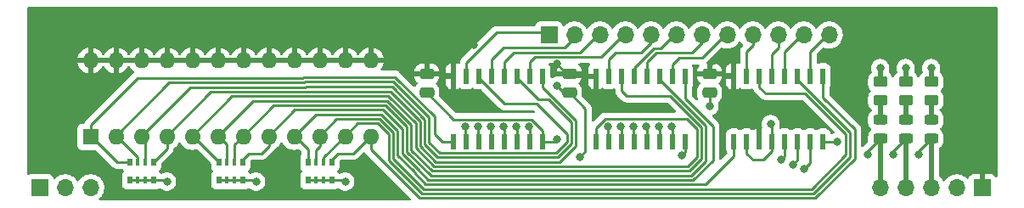
<source format=gbr>
%TF.GenerationSoftware,KiCad,Pcbnew,(6.0.0-0)*%
%TF.CreationDate,2022-07-05T22:02:18-04:00*%
%TF.ProjectId,Comparator,436f6d70-6172-4617-946f-722e6b696361,rev?*%
%TF.SameCoordinates,Original*%
%TF.FileFunction,Copper,L1,Top*%
%TF.FilePolarity,Positive*%
%FSLAX46Y46*%
G04 Gerber Fmt 4.6, Leading zero omitted, Abs format (unit mm)*
G04 Created by KiCad (PCBNEW (6.0.0-0)) date 2022-07-05 22:02:18*
%MOMM*%
%LPD*%
G01*
G04 APERTURE LIST*
G04 Aperture macros list*
%AMRoundRect*
0 Rectangle with rounded corners*
0 $1 Rounding radius*
0 $2 $3 $4 $5 $6 $7 $8 $9 X,Y pos of 4 corners*
0 Add a 4 corners polygon primitive as box body*
4,1,4,$2,$3,$4,$5,$6,$7,$8,$9,$2,$3,0*
0 Add four circle primitives for the rounded corners*
1,1,$1+$1,$2,$3*
1,1,$1+$1,$4,$5*
1,1,$1+$1,$6,$7*
1,1,$1+$1,$8,$9*
0 Add four rect primitives between the rounded corners*
20,1,$1+$1,$2,$3,$4,$5,0*
20,1,$1+$1,$4,$5,$6,$7,0*
20,1,$1+$1,$6,$7,$8,$9,0*
20,1,$1+$1,$8,$9,$2,$3,0*%
G04 Aperture macros list end*
%TA.AperFunction,SMDPad,CuDef*%
%ADD10RoundRect,0.243750X-0.456250X0.243750X-0.456250X-0.243750X0.456250X-0.243750X0.456250X0.243750X0*%
%TD*%
%TA.AperFunction,SMDPad,CuDef*%
%ADD11RoundRect,0.250000X-0.475000X0.250000X-0.475000X-0.250000X0.475000X-0.250000X0.475000X0.250000X0*%
%TD*%
%TA.AperFunction,SMDPad,CuDef*%
%ADD12R,0.500000X0.800000*%
%TD*%
%TA.AperFunction,SMDPad,CuDef*%
%ADD13R,0.400000X0.800000*%
%TD*%
%TA.AperFunction,SMDPad,CuDef*%
%ADD14RoundRect,0.137500X0.137500X-0.662500X0.137500X0.662500X-0.137500X0.662500X-0.137500X-0.662500X0*%
%TD*%
%TA.AperFunction,SMDPad,CuDef*%
%ADD15RoundRect,0.250000X0.450000X-0.262500X0.450000X0.262500X-0.450000X0.262500X-0.450000X-0.262500X0*%
%TD*%
%TA.AperFunction,ComponentPad*%
%ADD16R,1.600000X1.600000*%
%TD*%
%TA.AperFunction,ComponentPad*%
%ADD17O,1.600000X1.600000*%
%TD*%
%TA.AperFunction,ComponentPad*%
%ADD18R,1.700000X1.700000*%
%TD*%
%TA.AperFunction,ComponentPad*%
%ADD19O,1.700000X1.700000*%
%TD*%
%TA.AperFunction,ViaPad*%
%ADD20C,0.800000*%
%TD*%
%TA.AperFunction,Conductor*%
%ADD21C,0.250000*%
%TD*%
%TA.AperFunction,Conductor*%
%ADD22C,0.500000*%
%TD*%
G04 APERTURE END LIST*
D10*
%TO.P,D6,1,K*%
%TO.N,Net-(D6-Pad1)*%
X197612000Y-98122500D03*
%TO.P,D6,2,A*%
%TO.N,~{GT0}*%
X197612000Y-99997500D03*
%TD*%
D11*
%TO.P,C11,1*%
%TO.N,VCC*%
X161544000Y-93538000D03*
%TO.P,C11,2*%
%TO.N,GND*%
X161544000Y-95438000D03*
%TD*%
%TO.P,C12,1*%
%TO.N,VCC*%
X147320000Y-93538000D03*
%TO.P,C12,2*%
%TO.N,GND*%
X147320000Y-95438000D03*
%TD*%
D12*
%TO.P,RN6,1,R1.1*%
%TO.N,/Horizontal Timing/Comparator/D0_8*%
X120072000Y-102361021D03*
D13*
%TO.P,RN6,2,R2.1*%
%TO.N,/Horizontal Timing/Comparator/D0_9*%
X119272000Y-102361021D03*
%TO.P,RN6,3,R3.1*%
%TO.N,/Horizontal Timing/Comparator/D0_10*%
X118472000Y-102361021D03*
D12*
%TO.P,RN6,4,R4.1*%
%TO.N,/Horizontal Timing/Comparator/D0_11*%
X117672000Y-102361021D03*
%TO.P,RN6,5,R4.2*%
%TO.N,GND*%
X117672000Y-104161021D03*
D13*
%TO.P,RN6,6,R3.2*%
X118472000Y-104161021D03*
%TO.P,RN6,7,R2.2*%
X119272000Y-104161021D03*
D12*
%TO.P,RN6,8,R1.2*%
X120072000Y-104161021D03*
%TD*%
%TO.P,RN4,1,R1.1*%
%TO.N,/Horizontal Timing/Comparator/D0_0*%
X137852000Y-102361021D03*
D13*
%TO.P,RN4,2,R2.1*%
%TO.N,/Horizontal Timing/Comparator/D0_1*%
X137052000Y-102361021D03*
%TO.P,RN4,3,R3.1*%
%TO.N,/Horizontal Timing/Comparator/D0_2*%
X136252000Y-102361021D03*
D12*
%TO.P,RN4,4,R4.1*%
%TO.N,/Horizontal Timing/Comparator/D0_3*%
X135452000Y-102361021D03*
%TO.P,RN4,5,R4.2*%
%TO.N,GND*%
X135452000Y-104161021D03*
D13*
%TO.P,RN4,6,R3.2*%
X136252000Y-104161021D03*
%TO.P,RN4,7,R2.2*%
X137052000Y-104161021D03*
D12*
%TO.P,RN4,8,R1.2*%
X137852000Y-104161021D03*
%TD*%
D14*
%TO.P,U4,1,B3*%
%TO.N,/Horizontal Timing/Comparator/D0_3*%
X177927000Y-100278000D03*
%TO.P,U4,2,Ia<b*%
%TO.N,GND*%
X179197000Y-100278000D03*
%TO.P,U4,3,Ia=b*%
%TO.N,VCC*%
X180467000Y-100278000D03*
%TO.P,U4,4,Ia>b*%
%TO.N,GND*%
X181737000Y-100278000D03*
%TO.P,U4,5,Oa>b*%
%TO.N,Net-(U4-Pad5)*%
X183007000Y-100278000D03*
%TO.P,U4,6,Oa=b*%
%TO.N,Net-(U4-Pad6)*%
X184277000Y-100278000D03*
%TO.P,U4,7,Oa<b*%
%TO.N,Net-(U4-Pad7)*%
X185547000Y-100278000D03*
%TO.P,U4,8,GND*%
%TO.N,GND*%
X186817000Y-100278000D03*
%TO.P,U4,9,B0*%
%TO.N,/Horizontal Timing/Comparator/D0_0*%
X186817000Y-93778000D03*
%TO.P,U4,10,A0*%
%TO.N,COUNT0*%
X185547000Y-93778000D03*
%TO.P,U4,11,B1*%
%TO.N,/Horizontal Timing/Comparator/D0_1*%
X184277000Y-93778000D03*
%TO.P,U4,12,A1*%
%TO.N,COUNT1*%
X183007000Y-93778000D03*
%TO.P,U4,13,A2*%
%TO.N,COUNT2*%
X181737000Y-93778000D03*
%TO.P,U4,14,B2*%
%TO.N,/Horizontal Timing/Comparator/D0_2*%
X180467000Y-93778000D03*
%TO.P,U4,15,A3*%
%TO.N,COUNT3*%
X179197000Y-93778000D03*
%TO.P,U4,16,VCC*%
%TO.N,VCC*%
X177927000Y-93778000D03*
%TD*%
D15*
%TO.P,R4,1*%
%TO.N,Net-(D4-Pad1)*%
X192532000Y-96162500D03*
%TO.P,R4,2*%
%TO.N,GND*%
X192532000Y-94337500D03*
%TD*%
D10*
%TO.P,D5,1,K*%
%TO.N,Net-(D5-Pad1)*%
X195072000Y-98122500D03*
%TO.P,D5,2,A*%
%TO.N,~{EQ0}*%
X195072000Y-99997500D03*
%TD*%
D15*
%TO.P,R5,1*%
%TO.N,Net-(D5-Pad1)*%
X195072000Y-96162500D03*
%TO.P,R5,2*%
%TO.N,GND*%
X195072000Y-94337500D03*
%TD*%
%TO.P,R6,1*%
%TO.N,Net-(D6-Pad1)*%
X197612000Y-96162500D03*
%TO.P,R6,2*%
%TO.N,GND*%
X197612000Y-94337500D03*
%TD*%
D14*
%TO.P,U6,1,B3*%
%TO.N,/Horizontal Timing/Comparator/D0_11*%
X149987000Y-100278000D03*
%TO.P,U6,2,Ia<b*%
%TO.N,Net-(U5-Pad7)*%
X151257000Y-100278000D03*
%TO.P,U6,3,Ia=b*%
%TO.N,Net-(U5-Pad6)*%
X152527000Y-100278000D03*
%TO.P,U6,4,Ia>b*%
%TO.N,Net-(U5-Pad5)*%
X153797000Y-100278000D03*
%TO.P,U6,5,Oa>b*%
%TO.N,~{GT0}*%
X155067000Y-100278000D03*
%TO.P,U6,6,Oa=b*%
%TO.N,~{EQ0}*%
X156337000Y-100278000D03*
%TO.P,U6,7,Oa<b*%
%TO.N,~{LT0}*%
X157607000Y-100278000D03*
%TO.P,U6,8,GND*%
%TO.N,GND*%
X158877000Y-100278000D03*
%TO.P,U6,9,B0*%
%TO.N,/Horizontal Timing/Comparator/D0_8*%
X158877000Y-93778000D03*
%TO.P,U6,10,A0*%
%TO.N,COUNT8*%
X157607000Y-93778000D03*
%TO.P,U6,11,B1*%
%TO.N,/Horizontal Timing/Comparator/D0_9*%
X156337000Y-93778000D03*
%TO.P,U6,12,A1*%
%TO.N,COUNT9*%
X155067000Y-93778000D03*
%TO.P,U6,13,A2*%
%TO.N,COUNT10*%
X153797000Y-93778000D03*
%TO.P,U6,14,B2*%
%TO.N,/Horizontal Timing/Comparator/D0_10*%
X152527000Y-93778000D03*
%TO.P,U6,15,A3*%
%TO.N,COUNT11*%
X151257000Y-93778000D03*
%TO.P,U6,16,VCC*%
%TO.N,VCC*%
X149987000Y-93778000D03*
%TD*%
D10*
%TO.P,D4,1,K*%
%TO.N,Net-(D4-Pad1)*%
X192532000Y-98122500D03*
%TO.P,D4,2,A*%
%TO.N,~{LT0}*%
X192532000Y-99997500D03*
%TD*%
D16*
%TO.P,SW2,1*%
%TO.N,/Horizontal Timing/Comparator/D0_11*%
X113787000Y-99822000D03*
D17*
%TO.P,SW2,2*%
%TO.N,/Horizontal Timing/Comparator/D0_10*%
X116327000Y-99822000D03*
%TO.P,SW2,3*%
%TO.N,/Horizontal Timing/Comparator/D0_9*%
X118867000Y-99822000D03*
%TO.P,SW2,4*%
%TO.N,/Horizontal Timing/Comparator/D0_8*%
X121407000Y-99822000D03*
%TO.P,SW2,5*%
%TO.N,/Horizontal Timing/Comparator/D0_7*%
X123947000Y-99822000D03*
%TO.P,SW2,6*%
%TO.N,/Horizontal Timing/Comparator/D0_6*%
X126487000Y-99822000D03*
%TO.P,SW2,7*%
%TO.N,/Horizontal Timing/Comparator/D0_5*%
X129027000Y-99822000D03*
%TO.P,SW2,8*%
%TO.N,/Horizontal Timing/Comparator/D0_4*%
X131567000Y-99822000D03*
%TO.P,SW2,9*%
%TO.N,/Horizontal Timing/Comparator/D0_3*%
X134107000Y-99822000D03*
%TO.P,SW2,10*%
%TO.N,/Horizontal Timing/Comparator/D0_2*%
X136647000Y-99822000D03*
%TO.P,SW2,11*%
%TO.N,/Horizontal Timing/Comparator/D0_1*%
X139187000Y-99822000D03*
%TO.P,SW2,12*%
%TO.N,/Horizontal Timing/Comparator/D0_0*%
X141727000Y-99822000D03*
%TO.P,SW2,13*%
%TO.N,VCC*%
X141727000Y-92202000D03*
%TO.P,SW2,14*%
X139187000Y-92202000D03*
%TO.P,SW2,15*%
X136647000Y-92202000D03*
%TO.P,SW2,16*%
X134107000Y-92202000D03*
%TO.P,SW2,17*%
X131567000Y-92202000D03*
%TO.P,SW2,18*%
X129027000Y-92202000D03*
%TO.P,SW2,19*%
X126487000Y-92202000D03*
%TO.P,SW2,20*%
X123947000Y-92202000D03*
%TO.P,SW2,21*%
X121407000Y-92202000D03*
%TO.P,SW2,22*%
X118867000Y-92202000D03*
%TO.P,SW2,23*%
X116327000Y-92202000D03*
%TO.P,SW2,24*%
X113787000Y-92202000D03*
%TD*%
D12*
%TO.P,RN5,1,R1.1*%
%TO.N,/Horizontal Timing/Comparator/D0_4*%
X128962000Y-102361021D03*
D13*
%TO.P,RN5,2,R2.1*%
%TO.N,/Horizontal Timing/Comparator/D0_5*%
X128162000Y-102361021D03*
%TO.P,RN5,3,R3.1*%
%TO.N,/Horizontal Timing/Comparator/D0_6*%
X127362000Y-102361021D03*
D12*
%TO.P,RN5,4,R4.1*%
%TO.N,/Horizontal Timing/Comparator/D0_7*%
X126562000Y-102361021D03*
%TO.P,RN5,5,R4.2*%
%TO.N,GND*%
X126562000Y-104161021D03*
D13*
%TO.P,RN5,6,R3.2*%
X127362000Y-104161021D03*
%TO.P,RN5,7,R2.2*%
X128162000Y-104161021D03*
D12*
%TO.P,RN5,8,R1.2*%
X128962000Y-104161021D03*
%TD*%
D14*
%TO.P,U5,1,B3*%
%TO.N,/Horizontal Timing/Comparator/D0_7*%
X164211000Y-100278000D03*
%TO.P,U5,2,Ia<b*%
%TO.N,Net-(U4-Pad7)*%
X165481000Y-100278000D03*
%TO.P,U5,3,Ia=b*%
%TO.N,Net-(U4-Pad6)*%
X166751000Y-100278000D03*
%TO.P,U5,4,Ia>b*%
%TO.N,Net-(U4-Pad5)*%
X168021000Y-100278000D03*
%TO.P,U5,5,Oa>b*%
%TO.N,Net-(U5-Pad5)*%
X169291000Y-100278000D03*
%TO.P,U5,6,Oa=b*%
%TO.N,Net-(U5-Pad6)*%
X170561000Y-100278000D03*
%TO.P,U5,7,Oa<b*%
%TO.N,Net-(U5-Pad7)*%
X171831000Y-100278000D03*
%TO.P,U5,8,GND*%
%TO.N,GND*%
X173101000Y-100278000D03*
%TO.P,U5,9,B0*%
%TO.N,/Horizontal Timing/Comparator/D0_4*%
X173101000Y-93778000D03*
%TO.P,U5,10,A0*%
%TO.N,COUNT4*%
X171831000Y-93778000D03*
%TO.P,U5,11,B1*%
%TO.N,/Horizontal Timing/Comparator/D0_5*%
X170561000Y-93778000D03*
%TO.P,U5,12,A1*%
%TO.N,COUNT5*%
X169291000Y-93778000D03*
%TO.P,U5,13,A2*%
%TO.N,COUNT6*%
X168021000Y-93778000D03*
%TO.P,U5,14,B2*%
%TO.N,/Horizontal Timing/Comparator/D0_6*%
X166751000Y-93778000D03*
%TO.P,U5,15,A3*%
%TO.N,COUNT7*%
X165481000Y-93778000D03*
%TO.P,U5,16,VCC*%
%TO.N,VCC*%
X164211000Y-93778000D03*
%TD*%
D11*
%TO.P,C13,1*%
%TO.N,VCC*%
X175514000Y-93538000D03*
%TO.P,C13,2*%
%TO.N,GND*%
X175514000Y-95438000D03*
%TD*%
D18*
%TO.P,J8,1,Pin_1*%
%TO.N,VCC*%
X202697000Y-104902000D03*
D19*
%TO.P,J8,2,Pin_2*%
%TO.N,GND*%
X200157000Y-104902000D03*
%TO.P,J8,3,Pin_3*%
%TO.N,~{GT0}*%
X197617000Y-104902000D03*
%TO.P,J8,4,Pin_4*%
%TO.N,~{EQ0}*%
X195077000Y-104902000D03*
%TO.P,J8,5,Pin_5*%
%TO.N,~{LT0}*%
X192537000Y-104902000D03*
%TD*%
D18*
%TO.P,J29,1,Pin_1*%
%TO.N,unconnected-(J29-Pad1)*%
X108712000Y-104902000D03*
D19*
%TO.P,J29,2,Pin_2*%
%TO.N,unconnected-(J29-Pad2)*%
X111252000Y-104902000D03*
%TO.P,J29,3,Pin_3*%
%TO.N,unconnected-(J29-Pad3)*%
X113792000Y-104902000D03*
%TD*%
D18*
%TO.P,J7,1,Pin_1*%
%TO.N,COUNT11*%
X159497000Y-89662000D03*
D19*
%TO.P,J7,2,Pin_2*%
%TO.N,COUNT10*%
X162037000Y-89662000D03*
%TO.P,J7,3,Pin_3*%
%TO.N,COUNT9*%
X164577000Y-89662000D03*
%TO.P,J7,4,Pin_4*%
%TO.N,COUNT8*%
X167117000Y-89662000D03*
%TO.P,J7,5,Pin_5*%
%TO.N,COUNT7*%
X169657000Y-89662000D03*
%TO.P,J7,6,Pin_6*%
%TO.N,COUNT6*%
X172197000Y-89662000D03*
%TO.P,J7,7,Pin_7*%
%TO.N,COUNT5*%
X174737000Y-89662000D03*
%TO.P,J7,8,Pin_8*%
%TO.N,COUNT4*%
X177277000Y-89662000D03*
%TO.P,J7,9,Pin_9*%
%TO.N,COUNT3*%
X179817000Y-89662000D03*
%TO.P,J7,10,Pin_10*%
%TO.N,COUNT2*%
X182357000Y-89662000D03*
%TO.P,J7,11,Pin_11*%
%TO.N,COUNT1*%
X184897000Y-89662000D03*
%TO.P,J7,12,Pin_12*%
%TO.N,COUNT0*%
X187437000Y-89662000D03*
%TD*%
D20*
%TO.N,VCC*%
X160274000Y-92555522D03*
X176022000Y-92202000D03*
X151991896Y-90678000D03*
X179451000Y-97663000D03*
X189230000Y-96012000D03*
%TO.N,GND*%
X192532000Y-92964000D03*
X175514000Y-96774000D03*
X172720000Y-101675945D03*
X188214000Y-100330000D03*
X139192000Y-104277021D03*
X197612000Y-92964000D03*
X121412000Y-104277021D03*
X160274000Y-100076000D03*
X195072000Y-92964000D03*
X130302000Y-104277021D03*
X160274000Y-94742000D03*
X181610000Y-98552000D03*
X162560000Y-101854000D03*
%TO.N,Net-(U5-Pad5)*%
X169164000Y-98806000D03*
X153670000Y-98806000D03*
%TO.N,Net-(U5-Pad6)*%
X152400000Y-98806000D03*
X170434000Y-98806000D03*
%TO.N,Net-(U5-Pad7)*%
X171704000Y-98806000D03*
X151130000Y-98806000D03*
%TO.N,~{EQ0}*%
X193802000Y-101600000D03*
X156210000Y-98806000D03*
%TO.N,~{GT0}*%
X154940000Y-98806000D03*
X196342000Y-101600000D03*
%TO.N,~{LT0}*%
X157480000Y-98806000D03*
X191262000Y-101600000D03*
%TO.N,Net-(U4-Pad5)*%
X167894000Y-98806000D03*
X182626000Y-102125456D03*
%TO.N,Net-(U4-Pad6)*%
X183801343Y-102574967D03*
X166624000Y-98806000D03*
%TO.N,Net-(U4-Pad7)*%
X184912000Y-103024478D03*
X165354000Y-98806000D03*
%TD*%
D21*
%TO.N,VCC*%
X149747000Y-93538000D02*
X147320000Y-93538000D01*
X175514000Y-92710000D02*
X176022000Y-92202000D01*
X177927000Y-96139000D02*
X177927000Y-93778000D01*
X164211000Y-93778000D02*
X161784000Y-93778000D01*
X180467000Y-98679000D02*
X177927000Y-96139000D01*
X175514000Y-93538000D02*
X177687000Y-93538000D01*
X161544000Y-93538000D02*
X161256478Y-93538000D01*
X177687000Y-93538000D02*
X177927000Y-93778000D01*
X175514000Y-93538000D02*
X175514000Y-92710000D01*
X161256478Y-93538000D02*
X160274000Y-92555522D01*
X149987000Y-93778000D02*
X149747000Y-93538000D01*
X161784000Y-93778000D02*
X161544000Y-93538000D01*
X180467000Y-100278000D02*
X180467000Y-98679000D01*
D22*
%TO.N,GND*%
X192532000Y-94337500D02*
X192532000Y-92964000D01*
D21*
X181737000Y-101219000D02*
X181737000Y-100278000D01*
X157780099Y-98081499D02*
X158204501Y-98505901D01*
X120072000Y-104161021D02*
X121296000Y-104161021D01*
X188162000Y-100278000D02*
X188214000Y-100330000D01*
X160970000Y-95438000D02*
X160274000Y-94742000D01*
X180848000Y-102108000D02*
X181737000Y-101219000D01*
X173101000Y-101294945D02*
X172720000Y-101675945D01*
D22*
X195072000Y-94337500D02*
X195072000Y-92964000D01*
D21*
X158204501Y-98505901D02*
X158204501Y-98514501D01*
X175514000Y-95438000D02*
X175514000Y-96774000D01*
X135452000Y-104161021D02*
X137852000Y-104161021D01*
X173101000Y-100278000D02*
X173101000Y-101294945D01*
X179197000Y-100278000D02*
X179197000Y-101473000D01*
X130186000Y-104161021D02*
X130302000Y-104277021D01*
X160072000Y-100278000D02*
X160274000Y-100076000D01*
X158877000Y-99187000D02*
X158877000Y-100278000D01*
X139076000Y-104161021D02*
X139192000Y-104277021D01*
X186817000Y-100278000D02*
X188162000Y-100278000D01*
X128962000Y-104161021D02*
X126562000Y-104161021D01*
X163134000Y-97028000D02*
X163134000Y-101280000D01*
X181737000Y-100278000D02*
X181737000Y-98679000D01*
X121296000Y-104161021D02*
X121412000Y-104277021D01*
X163134000Y-101280000D02*
X162560000Y-101854000D01*
X161544000Y-95438000D02*
X163134000Y-97028000D01*
X158204501Y-98514501D02*
X158877000Y-99187000D01*
X161544000Y-95438000D02*
X160970000Y-95438000D01*
X179197000Y-101473000D02*
X179832000Y-102108000D01*
X147320000Y-95438000D02*
X149963499Y-98081499D01*
X179832000Y-102108000D02*
X180848000Y-102108000D01*
X120072000Y-104161021D02*
X117672000Y-104161021D01*
X149963499Y-98081499D02*
X157780099Y-98081499D01*
X137852000Y-104161021D02*
X139076000Y-104161021D01*
X181737000Y-98679000D02*
X181610000Y-98552000D01*
X158877000Y-100278000D02*
X160072000Y-100278000D01*
D22*
X197612000Y-94337500D02*
X197612000Y-92964000D01*
D21*
X128962000Y-104161021D02*
X130186000Y-104161021D01*
%TO.N,Net-(U5-Pad5)*%
X169291000Y-98933000D02*
X169164000Y-98806000D01*
X153670000Y-100151000D02*
X153797000Y-100278000D01*
X169291000Y-100278000D02*
X169291000Y-98933000D01*
X153670000Y-98806000D02*
X153670000Y-100151000D01*
%TO.N,Net-(U5-Pad6)*%
X170561000Y-98933000D02*
X170434000Y-98806000D01*
X152400000Y-100151000D02*
X152527000Y-100278000D01*
X152400000Y-98806000D02*
X152400000Y-100151000D01*
X170561000Y-100278000D02*
X170561000Y-98933000D01*
%TO.N,Net-(U5-Pad7)*%
X171831000Y-98933000D02*
X171704000Y-98806000D01*
X151130000Y-100151000D02*
X151257000Y-100278000D01*
X151130000Y-98806000D02*
X151130000Y-100151000D01*
X171831000Y-100278000D02*
X171831000Y-98933000D01*
%TO.N,COUNT3*%
X179197000Y-91313000D02*
X179197000Y-93778000D01*
X179817000Y-89408000D02*
X179817000Y-90693000D01*
X179817000Y-90693000D02*
X179197000Y-91313000D01*
%TO.N,COUNT2*%
X182357000Y-90947000D02*
X181737000Y-91567000D01*
X182357000Y-89408000D02*
X182357000Y-90947000D01*
X181737000Y-91567000D02*
X181737000Y-93778000D01*
%TO.N,COUNT1*%
X183007000Y-91298000D02*
X183007000Y-93778000D01*
X184897000Y-89408000D02*
X183007000Y-91298000D01*
%TO.N,COUNT0*%
X185547000Y-91298000D02*
X185547000Y-93778000D01*
X187437000Y-89408000D02*
X185547000Y-91298000D01*
%TO.N,COUNT7*%
X165481000Y-92075000D02*
X165481000Y-93778000D01*
X169657000Y-90439000D02*
X168656000Y-91440000D01*
X169657000Y-89408000D02*
X169657000Y-90439000D01*
X168656000Y-91440000D02*
X166116000Y-91440000D01*
X166116000Y-91440000D02*
X165481000Y-92075000D01*
%TO.N,COUNT6*%
X169993806Y-90990490D02*
X168021000Y-92963296D01*
X170614511Y-90990489D02*
X169993806Y-90990490D01*
X168021000Y-92963296D02*
X168021000Y-93778000D01*
X172197000Y-89408000D02*
X170614511Y-90990489D01*
%TO.N,COUNT5*%
X169291000Y-92329000D02*
X169291000Y-93778000D01*
X170180000Y-91440000D02*
X169291000Y-92329000D01*
X174737000Y-90439000D02*
X173736000Y-91440000D01*
X174737000Y-89408000D02*
X174737000Y-90439000D01*
X173736000Y-91440000D02*
X170180000Y-91440000D01*
%TO.N,COUNT4*%
X172466000Y-91948000D02*
X171831000Y-92583000D01*
X174737000Y-91948000D02*
X172466000Y-91948000D01*
X177277000Y-89408000D02*
X174737000Y-91948000D01*
X171831000Y-92583000D02*
X171831000Y-93778000D01*
%TO.N,COUNT11*%
X151257000Y-92437496D02*
X151257000Y-93778000D01*
X154286496Y-89408000D02*
X151257000Y-92437496D01*
X159497000Y-89408000D02*
X154286496Y-89408000D01*
%TO.N,COUNT10*%
X153797000Y-92075000D02*
X153797000Y-93778000D01*
X162037000Y-89408000D02*
X162037000Y-89931000D01*
X162037000Y-89931000D02*
X161036000Y-90932000D01*
X161036000Y-90932000D02*
X154940000Y-90932000D01*
X154940000Y-90932000D02*
X153797000Y-92075000D01*
%TO.N,COUNT9*%
X162603489Y-91381511D02*
X164577000Y-89408000D01*
X156014489Y-91381511D02*
X162603489Y-91381511D01*
X155067000Y-92329000D02*
X156014489Y-91381511D01*
X155067000Y-93778000D02*
X155067000Y-92329000D01*
%TO.N,COUNT8*%
X157607000Y-92329000D02*
X157607000Y-93778000D01*
X164693978Y-91831022D02*
X158104978Y-91831022D01*
X167117000Y-89408000D02*
X164693978Y-91831022D01*
X158104978Y-91831022D02*
X157607000Y-92329000D01*
D22*
%TO.N,~{EQ0}*%
X195072000Y-104643000D02*
X195077000Y-104648000D01*
X195072000Y-99997500D02*
X195072000Y-104643000D01*
D21*
X156337000Y-100278000D02*
X156337000Y-98933000D01*
X156337000Y-98933000D02*
X156210000Y-98806000D01*
X193802000Y-101267500D02*
X195072000Y-99997500D01*
X193802000Y-101600000D02*
X193802000Y-101267500D01*
D22*
%TO.N,~{GT0}*%
X197612000Y-99997500D02*
X197612000Y-104643000D01*
D21*
X196342000Y-101267500D02*
X197612000Y-99997500D01*
D22*
X197612000Y-104643000D02*
X197617000Y-104648000D01*
D21*
X196342000Y-101600000D02*
X196342000Y-101267500D01*
X155067000Y-98933000D02*
X154940000Y-98806000D01*
X155067000Y-100278000D02*
X155067000Y-98933000D01*
%TO.N,~{LT0}*%
X157607000Y-98933000D02*
X157480000Y-98806000D01*
D22*
X192537000Y-104648000D02*
X192537000Y-100002500D01*
X192537000Y-100002500D02*
X192532000Y-99997500D01*
D21*
X191262000Y-101600000D02*
X191262000Y-101267500D01*
X191262000Y-101267500D02*
X192532000Y-99997500D01*
X157607000Y-100278000D02*
X157607000Y-98933000D01*
%TO.N,/Horizontal Timing/Comparator/D0_0*%
X186817000Y-95885000D02*
X186817000Y-93778000D01*
X189992000Y-99060000D02*
X186817000Y-95885000D01*
X141727000Y-101081841D02*
X146563159Y-105918000D01*
X139949000Y-101483021D02*
X138430000Y-101483021D01*
X138430000Y-101483021D02*
X137852000Y-102061021D01*
X146563159Y-105918000D02*
X186057112Y-105918000D01*
X189992000Y-101983112D02*
X189992000Y-99060000D01*
X186057112Y-105918000D02*
X189992000Y-101983112D01*
X141727000Y-99705021D02*
X141727000Y-101081841D01*
X137852000Y-102061021D02*
X137852000Y-102361021D01*
X141727000Y-99705021D02*
X139949000Y-101483021D01*
%TO.N,/Horizontal Timing/Comparator/D0_2*%
X185684726Y-105018978D02*
X189092978Y-101610726D01*
X136647000Y-100726021D02*
X136252000Y-101121021D01*
X142603304Y-98025600D02*
X143959511Y-99381807D01*
X136647000Y-99705021D02*
X136647000Y-100726021D01*
X143959511Y-101980939D02*
X146997550Y-105018978D01*
X189092978Y-99548674D02*
X188700292Y-99155988D01*
X181102000Y-95504000D02*
X180467000Y-94869000D01*
X146997550Y-105018978D02*
X185684726Y-105018978D01*
X185047612Y-95504000D02*
X181102000Y-95504000D01*
X188700292Y-99155988D02*
X188699600Y-99155988D01*
X136647000Y-99705021D02*
X138326420Y-98025601D01*
X180467000Y-94869000D02*
X180467000Y-93778000D01*
X188699600Y-99155988D02*
X185047612Y-95504000D01*
X189092978Y-101610726D02*
X189092978Y-99548674D01*
X136252000Y-101121021D02*
X136252000Y-102361021D01*
X138326420Y-98025601D02*
X142603304Y-98025600D01*
X143959511Y-99381807D02*
X143959511Y-101980939D01*
%TO.N,/Horizontal Timing/Comparator/D0_1*%
X143510000Y-102178490D02*
X146799998Y-105468488D01*
X139187000Y-99705021D02*
X137052000Y-101840021D01*
X142417110Y-98475110D02*
X143510000Y-99568000D01*
X143510000Y-99568000D02*
X143510000Y-102178490D01*
X137052000Y-101840021D02*
X137052000Y-102361021D01*
X139187000Y-99705021D02*
X140416909Y-98475112D01*
X189542488Y-99362480D02*
X184277000Y-94096992D01*
X184277000Y-94096992D02*
X184277000Y-93778000D01*
X185870920Y-105468488D02*
X189542488Y-101796920D01*
X189542488Y-101796920D02*
X189542488Y-99362480D01*
X146799998Y-105468488D02*
X185870920Y-105468488D01*
X140416909Y-98475112D02*
X142417110Y-98475110D01*
%TO.N,/Horizontal Timing/Comparator/D0_3*%
X177927000Y-101727000D02*
X177927000Y-100278000D01*
X146037480Y-103305315D02*
X146057129Y-103403557D01*
X147370579Y-104569467D02*
X175084532Y-104569468D01*
X144409020Y-101676851D02*
X145966641Y-103234472D01*
X147352191Y-104551079D02*
X147370579Y-104569467D01*
X144409022Y-99195615D02*
X144409020Y-101676851D01*
X134107000Y-99705021D02*
X135123000Y-100721021D01*
X145966642Y-103234477D02*
X146037480Y-103305315D01*
X142789498Y-97576090D02*
X144409022Y-99195615D01*
X175084532Y-104569468D02*
X177927000Y-101727000D01*
X135452000Y-101045021D02*
X135452000Y-102361021D01*
X145966641Y-103234472D02*
X145966642Y-103234477D01*
X134107000Y-99705021D02*
X136235931Y-97576090D01*
X135128000Y-100721021D02*
X135452000Y-101045021D01*
X136235931Y-97576090D02*
X142789498Y-97576090D01*
X147204651Y-104551079D02*
X147352191Y-104551079D01*
X146057129Y-103403557D02*
X147204651Y-104551079D01*
X135123000Y-100721021D02*
X135128000Y-100721021D01*
%TO.N,/Horizontal Timing/Comparator/D0_4*%
X130810000Y-101483021D02*
X131567000Y-100726021D01*
X131567000Y-99705021D02*
X134145441Y-97126580D01*
X129540000Y-101483021D02*
X130810000Y-101483021D01*
X146416152Y-103048283D02*
X147469434Y-104101565D01*
X147469434Y-104101565D02*
X147538381Y-104101565D01*
X134145441Y-97126580D02*
X142975692Y-97126580D01*
X147556772Y-104119956D02*
X173885155Y-104119957D01*
X128962000Y-102361021D02*
X128962000Y-102061021D01*
X131567000Y-100726021D02*
X131567000Y-99705021D01*
X146416152Y-103048279D02*
X146416152Y-103048283D01*
X144858533Y-99009422D02*
X144858531Y-101490658D01*
X173101000Y-96009888D02*
X173101000Y-93778000D01*
X144858531Y-101490658D02*
X146416152Y-103048279D01*
X175846531Y-102158581D02*
X175846531Y-98755419D01*
X128962000Y-102061021D02*
X129540000Y-101483021D01*
X173885155Y-104119957D02*
X175846531Y-102158581D01*
X142975692Y-97126580D02*
X144858533Y-99009422D01*
X147538381Y-104101565D02*
X147556772Y-104119956D01*
X175846531Y-98755419D02*
X173101000Y-96009888D01*
%TO.N,/Horizontal Timing/Comparator/D0_6*%
X173512769Y-103220935D02*
X174693511Y-102040193D01*
X167255901Y-95749401D02*
X166751000Y-95244500D01*
X145757553Y-101118272D02*
X147860216Y-103220935D01*
X166751000Y-95244500D02*
X166751000Y-93778000D01*
X127362000Y-100580021D02*
X127362000Y-102361021D01*
X145757555Y-98637036D02*
X145757553Y-101118272D01*
X143348074Y-96227555D02*
X145757555Y-98637036D01*
X174693511Y-102040193D02*
X174693510Y-98873806D01*
X126487000Y-99705021D02*
X129964466Y-96227555D01*
X171569105Y-95749401D02*
X167255901Y-95749401D01*
X129964466Y-96227555D02*
X143348074Y-96227555D01*
X174693510Y-98873806D02*
X171569105Y-95749401D01*
X126487000Y-99705021D02*
X127362000Y-100580021D01*
X147860216Y-103220935D02*
X173512769Y-103220935D01*
%TO.N,/Horizontal Timing/Comparator/D0_5*%
X147724571Y-103652051D02*
X147742965Y-103670445D01*
X145308044Y-98823229D02*
X145308042Y-101304465D01*
X173698963Y-103670445D02*
X175143022Y-102226386D01*
X147655637Y-103652048D02*
X147655641Y-103652052D01*
X145308042Y-101304465D02*
X147655625Y-103652048D01*
X129027000Y-99705021D02*
X128162000Y-100570021D01*
X170561000Y-94105592D02*
X170561000Y-93778000D01*
X128162000Y-100570021D02*
X128162000Y-102361021D01*
X147655625Y-103652048D02*
X147655637Y-103652048D01*
X132054951Y-96677070D02*
X143161886Y-96677070D01*
X143161886Y-96677070D02*
X145308044Y-98823229D01*
X147655641Y-103652052D02*
X147724571Y-103652051D01*
X129027000Y-99705021D02*
X132054951Y-96677070D01*
X175143022Y-102226386D02*
X175143020Y-98687612D01*
X147742965Y-103670445D02*
X173698963Y-103670445D01*
X175143020Y-98687612D02*
X170561000Y-94105592D01*
%TO.N,/Horizontal Timing/Comparator/D0_7*%
X174244000Y-101854000D02*
X173326578Y-102771422D01*
X146207064Y-100932079D02*
X146207065Y-98450842D01*
X173228000Y-98044000D02*
X174244000Y-99060000D01*
X148046407Y-102771422D02*
X146207064Y-100932079D01*
X143490640Y-95734417D02*
X135622042Y-95734417D01*
X174244000Y-99060000D02*
X174244000Y-101854000D01*
X135578410Y-95778049D02*
X127873972Y-95778049D01*
X135622042Y-95734417D02*
X135578410Y-95778049D01*
X146207065Y-98450842D02*
X143490640Y-95734417D01*
X126562000Y-102320021D02*
X126562000Y-102361021D01*
X165091400Y-98044000D02*
X173228000Y-98044000D01*
X127873972Y-95778049D02*
X123947000Y-99705021D01*
X173326578Y-102771422D02*
X148046407Y-102771422D01*
X164211000Y-100278000D02*
X164211000Y-98924400D01*
X123947000Y-99705021D02*
X126562000Y-102320021D01*
X164211000Y-98924400D02*
X165091400Y-98044000D01*
%TO.N,/Horizontal Timing/Comparator/D0_8*%
X121407000Y-99705021D02*
X121407000Y-101026021D01*
X121407000Y-99705021D02*
X125783487Y-95328534D01*
X162189021Y-98179613D02*
X158877000Y-94867592D01*
X143676833Y-95284906D02*
X146656576Y-98264649D01*
X146656576Y-98264649D02*
X146656576Y-100745887D01*
X148214199Y-102303510D02*
X148283141Y-102303509D01*
X125783487Y-95328534D02*
X135392221Y-95328534D01*
X162189022Y-100702386D02*
X162189021Y-98179613D01*
X158877000Y-94867592D02*
X158877000Y-93778000D01*
X160569497Y-102321911D02*
X162189022Y-100702386D01*
X135392221Y-95328534D02*
X135435849Y-95284906D01*
X148301544Y-102321912D02*
X160569497Y-102321911D01*
X135435849Y-95284906D02*
X143676833Y-95284906D01*
X146656576Y-100745887D02*
X148214199Y-102303510D01*
X148283141Y-102303509D02*
X148301544Y-102321912D01*
X121407000Y-101026021D02*
X120072000Y-102361021D01*
%TO.N,/Horizontal Timing/Comparator/D0_10*%
X135063462Y-94385885D02*
X135133644Y-94385885D01*
X152527000Y-93961394D02*
X152527000Y-93778000D01*
X148586587Y-101404490D02*
X160215510Y-101404490D01*
X158242000Y-96520000D02*
X155085606Y-96520000D01*
X143983785Y-94320448D02*
X147555596Y-97892259D01*
X135154415Y-94360960D02*
X135177766Y-94358837D01*
X116327000Y-99705021D02*
X118472000Y-101850021D01*
X135220218Y-94331474D02*
X135242139Y-94333667D01*
X135259764Y-94320448D02*
X143983785Y-94320448D01*
X135220202Y-94331480D02*
X135220210Y-94331481D01*
X160215510Y-101404490D02*
X161289997Y-100330003D01*
X155085606Y-96520000D02*
X152527000Y-93961394D01*
X135020045Y-94429302D02*
X135063462Y-94385885D01*
X118472000Y-101850021D02*
X118472000Y-102361021D01*
X147555596Y-97892259D02*
X147555596Y-100373499D01*
X161289998Y-99567998D02*
X158242000Y-96520000D01*
X161289997Y-100330003D02*
X161289998Y-99567998D01*
X135194348Y-94342256D02*
X135207031Y-94342256D01*
X135133644Y-94385885D02*
X135154415Y-94360960D01*
X135242139Y-94333667D02*
X135259764Y-94320448D01*
X135220210Y-94331481D02*
X135220218Y-94331474D01*
X135207031Y-94342256D02*
X135220202Y-94331480D01*
X121602719Y-94429302D02*
X135020045Y-94429302D01*
X116327000Y-99705021D02*
X121602719Y-94429302D01*
X135177766Y-94358837D02*
X135194348Y-94342256D01*
X147555596Y-100373499D02*
X148586587Y-101404490D01*
%TO.N,/Horizontal Timing/Comparator/D0_9*%
X148487737Y-101872401D02*
X148469337Y-101854001D01*
X118867000Y-99705021D02*
X119272000Y-100110021D01*
X135249655Y-94835396D02*
X135206027Y-94879024D01*
X158428193Y-96070489D02*
X159444194Y-96070490D01*
X148469337Y-101854001D02*
X148400393Y-101854000D01*
X161739507Y-100516197D02*
X160383304Y-101872400D01*
X156337000Y-93979296D02*
X158428193Y-96070489D01*
X148400393Y-101854000D02*
X147106085Y-100559692D01*
X119272000Y-100110021D02*
X119272000Y-102361021D01*
X143863029Y-94835396D02*
X135249655Y-94835396D01*
X160383304Y-101872400D02*
X148487737Y-101872401D01*
X135206027Y-94879024D02*
X123692997Y-94879024D01*
X147106086Y-98078453D02*
X143863029Y-94835396D01*
X123692997Y-94879024D02*
X118867000Y-99705021D01*
X156337000Y-93778000D02*
X156337000Y-93979296D01*
X147106085Y-100559692D02*
X147106086Y-98078453D01*
X159444194Y-96070490D02*
X161739511Y-98365807D01*
X161739511Y-98365807D02*
X161739507Y-100516197D01*
%TO.N,/Horizontal Timing/Comparator/D0_11*%
X113787000Y-98655021D02*
X118462336Y-93979685D01*
X135008167Y-93892740D02*
X135039003Y-93892741D01*
X135039003Y-93892741D02*
X135064338Y-93870573D01*
X134974994Y-93925906D02*
X135008155Y-93892745D01*
X135079696Y-93865662D02*
X135086113Y-93866304D01*
X134877269Y-93936374D02*
X134923104Y-93936374D01*
X135008155Y-93892745D02*
X135008162Y-93892745D01*
X135072971Y-93871149D02*
X135079666Y-93865671D01*
X135130795Y-93851305D02*
X135135342Y-93851873D01*
X135086113Y-93866304D02*
X135091202Y-93862346D01*
X135079683Y-93865673D02*
X135079696Y-93865662D01*
X134833958Y-93979685D02*
X134877269Y-93936374D01*
X134928290Y-93930152D02*
X134974994Y-93925906D01*
X148082000Y-97782969D02*
X148082000Y-99568000D01*
X135130781Y-93851316D02*
X135130795Y-93851305D01*
X135008162Y-93892745D02*
X135008167Y-93892740D01*
X117672000Y-102361021D02*
X116443000Y-102361021D01*
X144148156Y-93849125D02*
X148082000Y-97782969D01*
X135135342Y-93851873D02*
X135139007Y-93849125D01*
X148844000Y-100330000D02*
X149935000Y-100330000D01*
X135064338Y-93870573D02*
X135072971Y-93871149D01*
X149935000Y-100330000D02*
X149987000Y-100278000D01*
X116443000Y-102361021D02*
X113787000Y-99705021D01*
X135079666Y-93865671D02*
X135079683Y-93865673D01*
X135139007Y-93849125D02*
X144148156Y-93849125D01*
X113787000Y-99705021D02*
X113787000Y-98655021D01*
X118462336Y-93979685D02*
X134833958Y-93979685D01*
X135109926Y-93864687D02*
X135124393Y-93853113D01*
X134923104Y-93936374D02*
X134928290Y-93930152D01*
X148082000Y-99568000D02*
X148844000Y-100330000D01*
X135130764Y-93851314D02*
X135130781Y-93851316D01*
X135124393Y-93853113D02*
X135127944Y-93853508D01*
X135091202Y-93862346D02*
X135109926Y-93864687D01*
X135127944Y-93853508D02*
X135130764Y-93851314D01*
%TO.N,Net-(U4-Pad5)*%
X167894000Y-98806000D02*
X167894000Y-100151000D01*
X167894000Y-100151000D02*
X168021000Y-100278000D01*
X183007000Y-101744456D02*
X182626000Y-102125456D01*
X183007000Y-100278000D02*
X183007000Y-101744456D01*
%TO.N,Net-(U4-Pad6)*%
X184277000Y-102099310D02*
X183801343Y-102574967D01*
X184277000Y-100278000D02*
X184277000Y-102099310D01*
X166751000Y-100278000D02*
X166751000Y-98933000D01*
X166751000Y-98933000D02*
X166624000Y-98806000D01*
%TO.N,Net-(U4-Pad7)*%
X165354000Y-100151000D02*
X165481000Y-100278000D01*
X185547000Y-100278000D02*
X185547000Y-102389478D01*
X185547000Y-102389478D02*
X184912000Y-103024478D01*
X165354000Y-98806000D02*
X165354000Y-100151000D01*
D22*
%TO.N,Net-(D4-Pad1)*%
X192532000Y-96162500D02*
X192532000Y-98122500D01*
%TO.N,Net-(D5-Pad1)*%
X195072000Y-98122500D02*
X195072000Y-96162500D01*
%TO.N,Net-(D6-Pad1)*%
X197612000Y-96162500D02*
X197612000Y-98122500D01*
%TD*%
%TA.AperFunction,Conductor*%
%TO.N,VCC*%
G36*
X204158121Y-86888002D02*
G01*
X204204614Y-86941658D01*
X204216000Y-86994000D01*
X204216000Y-103719301D01*
X204195998Y-103787422D01*
X204142342Y-103833915D01*
X204072068Y-103844019D01*
X204007488Y-103814525D01*
X203989174Y-103794866D01*
X203915285Y-103696276D01*
X203902724Y-103683715D01*
X203800649Y-103607214D01*
X203785054Y-103598676D01*
X203664606Y-103553522D01*
X203649351Y-103549895D01*
X203598486Y-103544369D01*
X203591672Y-103544000D01*
X202969115Y-103544000D01*
X202953876Y-103548475D01*
X202952671Y-103549865D01*
X202951000Y-103557548D01*
X202951000Y-105030000D01*
X202930998Y-105098121D01*
X202877342Y-105144614D01*
X202825000Y-105156000D01*
X202569000Y-105156000D01*
X202500879Y-105135998D01*
X202454386Y-105082342D01*
X202443000Y-105030000D01*
X202443000Y-103562116D01*
X202438525Y-103546877D01*
X202437135Y-103545672D01*
X202429452Y-103544001D01*
X201802331Y-103544001D01*
X201795510Y-103544371D01*
X201744648Y-103549895D01*
X201729396Y-103553521D01*
X201608946Y-103598676D01*
X201593351Y-103607214D01*
X201491276Y-103683715D01*
X201478715Y-103696276D01*
X201402214Y-103798351D01*
X201393676Y-103813946D01*
X201352297Y-103924322D01*
X201309655Y-103981087D01*
X201243093Y-104005786D01*
X201173744Y-103990578D01*
X201141121Y-103964891D01*
X201090151Y-103908876D01*
X201090145Y-103908870D01*
X201086670Y-103905051D01*
X201082619Y-103901852D01*
X201082615Y-103901848D01*
X200915414Y-103769800D01*
X200915410Y-103769798D01*
X200911359Y-103766598D01*
X200715789Y-103658638D01*
X200710920Y-103656914D01*
X200710916Y-103656912D01*
X200510087Y-103585795D01*
X200510083Y-103585794D01*
X200505212Y-103584069D01*
X200500119Y-103583162D01*
X200500116Y-103583161D01*
X200290373Y-103545800D01*
X200290367Y-103545799D01*
X200285284Y-103544894D01*
X200211452Y-103543992D01*
X200067081Y-103542228D01*
X200067079Y-103542228D01*
X200061911Y-103542165D01*
X199841091Y-103575955D01*
X199628756Y-103645357D01*
X199598443Y-103661137D01*
X199435817Y-103745795D01*
X199430607Y-103748507D01*
X199426474Y-103751610D01*
X199426471Y-103751612D01*
X199256100Y-103879530D01*
X199251965Y-103882635D01*
X199224142Y-103911750D01*
X199140729Y-103999037D01*
X199097629Y-104044138D01*
X198990201Y-104201621D01*
X198935293Y-104246621D01*
X198864768Y-104254792D01*
X198801021Y-104223538D01*
X198780324Y-104199054D01*
X198699822Y-104074617D01*
X198699820Y-104074614D01*
X198697014Y-104070277D01*
X198546670Y-103905051D01*
X198418406Y-103803754D01*
X198377345Y-103745837D01*
X198370500Y-103704873D01*
X198370500Y-101009078D01*
X198390502Y-100940957D01*
X198430197Y-100901934D01*
X198532461Y-100838651D01*
X198538689Y-100834797D01*
X198662617Y-100710653D01*
X198754661Y-100561329D01*
X198768166Y-100520614D01*
X198807719Y-100401366D01*
X198807719Y-100401364D01*
X198809885Y-100394835D01*
X198820500Y-100291231D01*
X198820499Y-99703770D01*
X198809616Y-99598871D01*
X198807437Y-99592340D01*
X198807436Y-99592335D01*
X198756420Y-99439422D01*
X198754102Y-99432474D01*
X198661797Y-99283311D01*
X198537653Y-99159383D01*
X198534730Y-99157581D01*
X198494592Y-99100971D01*
X198491358Y-99030048D01*
X198526982Y-98968636D01*
X198533378Y-98963084D01*
X198538689Y-98959797D01*
X198662617Y-98835653D01*
X198676801Y-98812643D01*
X198709401Y-98759754D01*
X198754661Y-98686329D01*
X198756966Y-98679380D01*
X198807719Y-98526366D01*
X198807719Y-98526364D01*
X198809885Y-98519835D01*
X198820500Y-98416231D01*
X198820499Y-97828770D01*
X198809616Y-97723871D01*
X198807437Y-97717340D01*
X198807436Y-97717335D01*
X198756420Y-97564422D01*
X198754102Y-97557474D01*
X198661797Y-97408311D01*
X198537653Y-97284383D01*
X198499447Y-97260832D01*
X198451954Y-97208062D01*
X198440530Y-97137990D01*
X198468803Y-97072866D01*
X198499260Y-97046429D01*
X198530120Y-97027332D01*
X198536348Y-97023478D01*
X198566442Y-96993332D01*
X198656134Y-96903483D01*
X198661305Y-96898303D01*
X198671936Y-96881057D01*
X198750275Y-96753968D01*
X198750276Y-96753966D01*
X198754115Y-96747738D01*
X198790965Y-96636638D01*
X198807632Y-96586389D01*
X198807632Y-96586387D01*
X198809797Y-96579861D01*
X198820500Y-96475400D01*
X198820500Y-95849600D01*
X198809526Y-95743834D01*
X198806624Y-95735134D01*
X198755868Y-95583002D01*
X198753550Y-95576054D01*
X198660478Y-95425652D01*
X198573891Y-95339216D01*
X198539812Y-95276934D01*
X198544815Y-95206114D01*
X198573736Y-95161025D01*
X198656134Y-95078483D01*
X198661305Y-95073303D01*
X198683016Y-95038081D01*
X198750275Y-94928968D01*
X198750276Y-94928966D01*
X198754115Y-94922738D01*
X198787629Y-94821697D01*
X198807632Y-94761389D01*
X198807632Y-94761387D01*
X198809797Y-94754861D01*
X198820500Y-94650400D01*
X198820500Y-94024600D01*
X198812883Y-93951188D01*
X198810238Y-93925692D01*
X198810237Y-93925688D01*
X198809526Y-93918834D01*
X198795200Y-93875892D01*
X198755868Y-93758002D01*
X198753550Y-93751054D01*
X198660478Y-93600652D01*
X198535303Y-93475695D01*
X198529075Y-93471856D01*
X198529070Y-93471852D01*
X198507733Y-93458700D01*
X198460240Y-93405928D01*
X198448818Y-93335856D01*
X198454017Y-93312505D01*
X198486626Y-93212145D01*
X198505542Y-93153928D01*
X198507251Y-93137673D01*
X198524814Y-92970565D01*
X198525504Y-92964000D01*
X198513531Y-92850081D01*
X198506232Y-92780635D01*
X198506232Y-92780633D01*
X198505542Y-92774072D01*
X198446527Y-92592444D01*
X198440209Y-92581500D01*
X198403500Y-92517919D01*
X198351040Y-92427056D01*
X198321683Y-92394451D01*
X198227675Y-92290045D01*
X198227674Y-92290044D01*
X198223253Y-92285134D01*
X198124157Y-92213136D01*
X198074094Y-92176763D01*
X198074093Y-92176762D01*
X198068752Y-92172882D01*
X198062724Y-92170198D01*
X198062722Y-92170197D01*
X197900319Y-92097891D01*
X197900318Y-92097891D01*
X197894288Y-92095206D01*
X197771583Y-92069124D01*
X197713944Y-92056872D01*
X197713939Y-92056872D01*
X197707487Y-92055500D01*
X197516513Y-92055500D01*
X197510061Y-92056872D01*
X197510056Y-92056872D01*
X197452417Y-92069124D01*
X197329712Y-92095206D01*
X197323682Y-92097891D01*
X197323681Y-92097891D01*
X197161278Y-92170197D01*
X197161276Y-92170198D01*
X197155248Y-92172882D01*
X197149907Y-92176762D01*
X197149906Y-92176763D01*
X197099843Y-92213136D01*
X197000747Y-92285134D01*
X196996326Y-92290044D01*
X196996325Y-92290045D01*
X196902318Y-92394451D01*
X196872960Y-92427056D01*
X196820500Y-92517919D01*
X196783792Y-92581500D01*
X196777473Y-92592444D01*
X196718458Y-92774072D01*
X196717768Y-92780633D01*
X196717768Y-92780635D01*
X196710469Y-92850081D01*
X196698496Y-92964000D01*
X196699186Y-92970565D01*
X196716750Y-93137673D01*
X196718458Y-93153928D01*
X196744703Y-93234702D01*
X196770014Y-93312600D01*
X196772042Y-93383567D01*
X196735379Y-93444365D01*
X196716489Y-93458677D01*
X196687652Y-93476522D01*
X196562695Y-93601697D01*
X196469885Y-93752262D01*
X196467581Y-93759209D01*
X196467580Y-93759212D01*
X196461537Y-93777430D01*
X196421107Y-93835791D01*
X196355543Y-93863028D01*
X196285661Y-93850495D01*
X196233649Y-93802171D01*
X196222421Y-93777641D01*
X196215871Y-93758007D01*
X196215867Y-93757997D01*
X196213550Y-93751054D01*
X196120478Y-93600652D01*
X195995303Y-93475695D01*
X195989075Y-93471856D01*
X195989070Y-93471852D01*
X195967733Y-93458700D01*
X195920240Y-93405928D01*
X195908818Y-93335856D01*
X195914017Y-93312505D01*
X195946626Y-93212145D01*
X195965542Y-93153928D01*
X195967251Y-93137673D01*
X195984814Y-92970565D01*
X195985504Y-92964000D01*
X195973531Y-92850081D01*
X195966232Y-92780635D01*
X195966232Y-92780633D01*
X195965542Y-92774072D01*
X195906527Y-92592444D01*
X195900209Y-92581500D01*
X195863500Y-92517919D01*
X195811040Y-92427056D01*
X195781683Y-92394451D01*
X195687675Y-92290045D01*
X195687674Y-92290044D01*
X195683253Y-92285134D01*
X195584157Y-92213136D01*
X195534094Y-92176763D01*
X195534093Y-92176762D01*
X195528752Y-92172882D01*
X195522724Y-92170198D01*
X195522722Y-92170197D01*
X195360319Y-92097891D01*
X195360318Y-92097891D01*
X195354288Y-92095206D01*
X195231583Y-92069124D01*
X195173944Y-92056872D01*
X195173939Y-92056872D01*
X195167487Y-92055500D01*
X194976513Y-92055500D01*
X194970061Y-92056872D01*
X194970056Y-92056872D01*
X194912417Y-92069124D01*
X194789712Y-92095206D01*
X194783682Y-92097891D01*
X194783681Y-92097891D01*
X194621278Y-92170197D01*
X194621276Y-92170198D01*
X194615248Y-92172882D01*
X194609907Y-92176762D01*
X194609906Y-92176763D01*
X194559843Y-92213136D01*
X194460747Y-92285134D01*
X194456326Y-92290044D01*
X194456325Y-92290045D01*
X194362318Y-92394451D01*
X194332960Y-92427056D01*
X194280500Y-92517919D01*
X194243792Y-92581500D01*
X194237473Y-92592444D01*
X194178458Y-92774072D01*
X194177768Y-92780633D01*
X194177768Y-92780635D01*
X194170469Y-92850081D01*
X194158496Y-92964000D01*
X194159186Y-92970565D01*
X194176750Y-93137673D01*
X194178458Y-93153928D01*
X194204703Y-93234702D01*
X194230014Y-93312600D01*
X194232042Y-93383567D01*
X194195379Y-93444365D01*
X194176489Y-93458677D01*
X194147652Y-93476522D01*
X194022695Y-93601697D01*
X193929885Y-93752262D01*
X193927581Y-93759209D01*
X193927580Y-93759212D01*
X193921537Y-93777430D01*
X193881107Y-93835791D01*
X193815543Y-93863028D01*
X193745661Y-93850495D01*
X193693649Y-93802171D01*
X193682421Y-93777641D01*
X193675871Y-93758007D01*
X193675867Y-93757997D01*
X193673550Y-93751054D01*
X193580478Y-93600652D01*
X193455303Y-93475695D01*
X193449075Y-93471856D01*
X193449070Y-93471852D01*
X193427733Y-93458700D01*
X193380240Y-93405928D01*
X193368818Y-93335856D01*
X193374017Y-93312505D01*
X193406626Y-93212145D01*
X193425542Y-93153928D01*
X193427251Y-93137673D01*
X193444814Y-92970565D01*
X193445504Y-92964000D01*
X193433531Y-92850081D01*
X193426232Y-92780635D01*
X193426232Y-92780633D01*
X193425542Y-92774072D01*
X193366527Y-92592444D01*
X193360209Y-92581500D01*
X193323500Y-92517919D01*
X193271040Y-92427056D01*
X193241683Y-92394451D01*
X193147675Y-92290045D01*
X193147674Y-92290044D01*
X193143253Y-92285134D01*
X193044157Y-92213136D01*
X192994094Y-92176763D01*
X192994093Y-92176762D01*
X192988752Y-92172882D01*
X192982724Y-92170198D01*
X192982722Y-92170197D01*
X192820319Y-92097891D01*
X192820318Y-92097891D01*
X192814288Y-92095206D01*
X192691583Y-92069124D01*
X192633944Y-92056872D01*
X192633939Y-92056872D01*
X192627487Y-92055500D01*
X192436513Y-92055500D01*
X192430061Y-92056872D01*
X192430056Y-92056872D01*
X192372417Y-92069124D01*
X192249712Y-92095206D01*
X192243682Y-92097891D01*
X192243681Y-92097891D01*
X192081278Y-92170197D01*
X192081276Y-92170198D01*
X192075248Y-92172882D01*
X192069907Y-92176762D01*
X192069906Y-92176763D01*
X192019843Y-92213136D01*
X191920747Y-92285134D01*
X191916326Y-92290044D01*
X191916325Y-92290045D01*
X191822318Y-92394451D01*
X191792960Y-92427056D01*
X191740500Y-92517919D01*
X191703792Y-92581500D01*
X191697473Y-92592444D01*
X191638458Y-92774072D01*
X191637768Y-92780633D01*
X191637768Y-92780635D01*
X191630469Y-92850081D01*
X191618496Y-92964000D01*
X191619186Y-92970565D01*
X191636750Y-93137673D01*
X191638458Y-93153928D01*
X191664703Y-93234702D01*
X191690014Y-93312600D01*
X191692042Y-93383567D01*
X191655379Y-93444365D01*
X191636489Y-93458677D01*
X191607652Y-93476522D01*
X191482695Y-93601697D01*
X191389885Y-93752262D01*
X191334203Y-93920139D01*
X191333503Y-93926975D01*
X191333502Y-93926978D01*
X191332454Y-93937206D01*
X191323500Y-94024600D01*
X191323500Y-94650400D01*
X191323837Y-94653646D01*
X191323837Y-94653650D01*
X191330818Y-94720928D01*
X191334474Y-94756166D01*
X191336655Y-94762702D01*
X191336655Y-94762704D01*
X191368250Y-94857404D01*
X191390450Y-94923946D01*
X191483522Y-95074348D01*
X191557867Y-95148563D01*
X191570109Y-95160784D01*
X191604188Y-95223066D01*
X191599185Y-95293886D01*
X191570264Y-95338975D01*
X191506054Y-95403297D01*
X191482695Y-95426697D01*
X191478855Y-95432927D01*
X191478854Y-95432928D01*
X191394112Y-95570405D01*
X191389885Y-95577262D01*
X191386361Y-95587887D01*
X191341853Y-95722076D01*
X191334203Y-95745139D01*
X191333503Y-95751975D01*
X191333502Y-95751978D01*
X191330182Y-95784388D01*
X191323500Y-95849600D01*
X191323500Y-96475400D01*
X191323837Y-96478646D01*
X191323837Y-96478650D01*
X191324518Y-96485207D01*
X191334474Y-96581166D01*
X191336655Y-96587702D01*
X191336655Y-96587704D01*
X191352981Y-96636638D01*
X191390450Y-96748946D01*
X191483522Y-96899348D01*
X191488704Y-96904521D01*
X191502702Y-96918495D01*
X191608697Y-97024305D01*
X191614929Y-97028147D01*
X191614931Y-97028148D01*
X191644546Y-97046403D01*
X191692040Y-97099175D01*
X191703464Y-97169246D01*
X191675190Y-97234370D01*
X191644736Y-97260806D01*
X191605311Y-97285203D01*
X191481383Y-97409347D01*
X191477543Y-97415577D01*
X191477542Y-97415578D01*
X191461379Y-97441800D01*
X191389339Y-97558671D01*
X191387034Y-97565619D01*
X191387034Y-97565620D01*
X191347142Y-97685891D01*
X191334115Y-97725165D01*
X191323500Y-97828769D01*
X191323501Y-98416230D01*
X191334384Y-98521129D01*
X191336563Y-98527660D01*
X191336564Y-98527665D01*
X191384510Y-98671375D01*
X191389898Y-98687526D01*
X191482203Y-98836689D01*
X191606347Y-98960617D01*
X191609270Y-98962419D01*
X191649408Y-99019029D01*
X191652642Y-99089952D01*
X191617018Y-99151364D01*
X191610622Y-99156916D01*
X191605311Y-99160203D01*
X191481383Y-99284347D01*
X191477543Y-99290577D01*
X191477542Y-99290578D01*
X191468286Y-99305595D01*
X191389339Y-99433671D01*
X191387034Y-99440619D01*
X191387034Y-99440620D01*
X191339649Y-99583482D01*
X191334115Y-99600165D01*
X191323500Y-99703769D01*
X191323500Y-99706986D01*
X191323501Y-100257904D01*
X191303499Y-100326025D01*
X191286596Y-100346999D01*
X190869747Y-100763848D01*
X190861461Y-100771388D01*
X190854982Y-100775500D01*
X190849557Y-100781277D01*
X190843448Y-100786331D01*
X190842216Y-100784841D01*
X190816950Y-100802794D01*
X190817006Y-100802890D01*
X190815984Y-100803480D01*
X190813640Y-100805145D01*
X190805253Y-100808880D01*
X190804328Y-100806803D01*
X190745512Y-100821076D01*
X190678419Y-100797859D01*
X190634528Y-100742055D01*
X190625500Y-100695218D01*
X190625500Y-99138767D01*
X190626027Y-99127584D01*
X190627702Y-99120091D01*
X190625562Y-99052014D01*
X190625500Y-99048055D01*
X190625500Y-99020144D01*
X190624995Y-99016144D01*
X190624062Y-99004301D01*
X190623873Y-98998270D01*
X190622673Y-98960111D01*
X190617021Y-98940657D01*
X190613013Y-98921300D01*
X190611468Y-98909070D01*
X190611468Y-98909069D01*
X190610474Y-98901203D01*
X190607555Y-98893830D01*
X190594196Y-98860088D01*
X190590351Y-98848858D01*
X190580229Y-98814017D01*
X190580229Y-98814016D01*
X190578018Y-98806407D01*
X190573985Y-98799588D01*
X190573983Y-98799583D01*
X190567707Y-98788972D01*
X190559012Y-98771224D01*
X190551552Y-98752383D01*
X190538924Y-98735001D01*
X190525564Y-98716613D01*
X190519048Y-98706693D01*
X190500580Y-98675465D01*
X190500578Y-98675462D01*
X190496542Y-98668638D01*
X190482221Y-98654317D01*
X190469380Y-98639283D01*
X190457472Y-98622893D01*
X190423395Y-98594702D01*
X190414616Y-98586712D01*
X187487405Y-95659500D01*
X187453379Y-95597188D01*
X187450500Y-95570405D01*
X187450500Y-94904950D01*
X187469590Y-94839936D01*
X187468997Y-94839585D01*
X187470379Y-94837248D01*
X187552081Y-94699096D01*
X187555641Y-94686843D01*
X187595823Y-94548537D01*
X187595824Y-94548532D01*
X187597617Y-94542360D01*
X187598697Y-94528647D01*
X187600307Y-94508186D01*
X187600307Y-94508178D01*
X187600500Y-94505730D01*
X187600500Y-93050270D01*
X187597617Y-93013640D01*
X187595824Y-93007468D01*
X187595823Y-93007463D01*
X187554293Y-92864517D01*
X187554292Y-92864515D01*
X187552081Y-92856904D01*
X187530990Y-92821240D01*
X187473031Y-92723235D01*
X187473028Y-92723231D01*
X187468997Y-92716415D01*
X187353585Y-92601003D01*
X187346769Y-92596972D01*
X187346765Y-92596969D01*
X187219919Y-92521954D01*
X187213096Y-92517919D01*
X187205485Y-92515708D01*
X187205483Y-92515707D01*
X187062537Y-92474177D01*
X187062532Y-92474176D01*
X187056360Y-92472383D01*
X187049955Y-92471879D01*
X187049950Y-92471878D01*
X187022186Y-92469693D01*
X187022178Y-92469693D01*
X187019730Y-92469500D01*
X186614270Y-92469500D01*
X186611822Y-92469693D01*
X186611814Y-92469693D01*
X186584050Y-92471878D01*
X186584045Y-92471879D01*
X186577640Y-92472383D01*
X186571468Y-92474176D01*
X186571463Y-92474177D01*
X186428517Y-92515707D01*
X186428515Y-92515708D01*
X186420904Y-92517919D01*
X186414080Y-92521955D01*
X186414077Y-92521956D01*
X186370638Y-92547645D01*
X186301822Y-92565104D01*
X186234491Y-92542587D01*
X186190022Y-92487242D01*
X186180500Y-92439191D01*
X186180500Y-91612594D01*
X186200502Y-91544473D01*
X186217405Y-91523499D01*
X186791384Y-90949520D01*
X186853696Y-90915494D01*
X186925427Y-90920905D01*
X187056692Y-90971030D01*
X187061760Y-90972061D01*
X187061763Y-90972062D01*
X187139900Y-90987959D01*
X187275597Y-91015567D01*
X187280772Y-91015757D01*
X187280774Y-91015757D01*
X187493673Y-91023564D01*
X187493677Y-91023564D01*
X187498837Y-91023753D01*
X187503957Y-91023097D01*
X187503959Y-91023097D01*
X187715288Y-90996025D01*
X187715289Y-90996025D01*
X187720416Y-90995368D01*
X187725366Y-90993883D01*
X187929429Y-90932661D01*
X187929434Y-90932659D01*
X187934384Y-90931174D01*
X188134994Y-90832896D01*
X188316860Y-90703173D01*
X188475096Y-90545489D01*
X188525627Y-90475168D01*
X188602435Y-90368277D01*
X188605453Y-90364077D01*
X188612402Y-90350018D01*
X188702136Y-90168453D01*
X188702137Y-90168451D01*
X188704430Y-90163811D01*
X188769370Y-89950069D01*
X188798529Y-89728590D01*
X188800156Y-89662000D01*
X188781852Y-89439361D01*
X188727431Y-89222702D01*
X188638354Y-89017840D01*
X188561748Y-88899425D01*
X188519822Y-88834617D01*
X188519820Y-88834614D01*
X188517014Y-88830277D01*
X188366670Y-88665051D01*
X188362619Y-88661852D01*
X188362615Y-88661848D01*
X188195414Y-88529800D01*
X188195410Y-88529798D01*
X188191359Y-88526598D01*
X187995789Y-88418638D01*
X187990920Y-88416914D01*
X187990916Y-88416912D01*
X187790087Y-88345795D01*
X187790083Y-88345794D01*
X187785212Y-88344069D01*
X187780119Y-88343162D01*
X187780116Y-88343161D01*
X187570373Y-88305800D01*
X187570367Y-88305799D01*
X187565284Y-88304894D01*
X187491452Y-88303992D01*
X187347081Y-88302228D01*
X187347079Y-88302228D01*
X187341911Y-88302165D01*
X187121091Y-88335955D01*
X186908756Y-88405357D01*
X186710607Y-88508507D01*
X186706474Y-88511610D01*
X186706471Y-88511612D01*
X186623771Y-88573705D01*
X186531965Y-88642635D01*
X186528393Y-88646373D01*
X186391593Y-88789526D01*
X186377629Y-88804138D01*
X186270201Y-88961621D01*
X186215293Y-89006621D01*
X186144768Y-89014792D01*
X186081021Y-88983538D01*
X186060324Y-88959054D01*
X185979822Y-88834617D01*
X185979820Y-88834614D01*
X185977014Y-88830277D01*
X185826670Y-88665051D01*
X185822619Y-88661852D01*
X185822615Y-88661848D01*
X185655414Y-88529800D01*
X185655410Y-88529798D01*
X185651359Y-88526598D01*
X185455789Y-88418638D01*
X185450920Y-88416914D01*
X185450916Y-88416912D01*
X185250087Y-88345795D01*
X185250083Y-88345794D01*
X185245212Y-88344069D01*
X185240119Y-88343162D01*
X185240116Y-88343161D01*
X185030373Y-88305800D01*
X185030367Y-88305799D01*
X185025284Y-88304894D01*
X184951452Y-88303992D01*
X184807081Y-88302228D01*
X184807079Y-88302228D01*
X184801911Y-88302165D01*
X184581091Y-88335955D01*
X184368756Y-88405357D01*
X184170607Y-88508507D01*
X184166474Y-88511610D01*
X184166471Y-88511612D01*
X184083771Y-88573705D01*
X183991965Y-88642635D01*
X183988393Y-88646373D01*
X183851593Y-88789526D01*
X183837629Y-88804138D01*
X183730201Y-88961621D01*
X183675293Y-89006621D01*
X183604768Y-89014792D01*
X183541021Y-88983538D01*
X183520324Y-88959054D01*
X183439822Y-88834617D01*
X183439820Y-88834614D01*
X183437014Y-88830277D01*
X183286670Y-88665051D01*
X183282619Y-88661852D01*
X183282615Y-88661848D01*
X183115414Y-88529800D01*
X183115410Y-88529798D01*
X183111359Y-88526598D01*
X182915789Y-88418638D01*
X182910920Y-88416914D01*
X182910916Y-88416912D01*
X182710087Y-88345795D01*
X182710083Y-88345794D01*
X182705212Y-88344069D01*
X182700119Y-88343162D01*
X182700116Y-88343161D01*
X182490373Y-88305800D01*
X182490367Y-88305799D01*
X182485284Y-88304894D01*
X182411452Y-88303992D01*
X182267081Y-88302228D01*
X182267079Y-88302228D01*
X182261911Y-88302165D01*
X182041091Y-88335955D01*
X181828756Y-88405357D01*
X181630607Y-88508507D01*
X181626474Y-88511610D01*
X181626471Y-88511612D01*
X181543771Y-88573705D01*
X181451965Y-88642635D01*
X181448393Y-88646373D01*
X181311593Y-88789526D01*
X181297629Y-88804138D01*
X181190201Y-88961621D01*
X181135293Y-89006621D01*
X181064768Y-89014792D01*
X181001021Y-88983538D01*
X180980324Y-88959054D01*
X180899822Y-88834617D01*
X180899820Y-88834614D01*
X180897014Y-88830277D01*
X180746670Y-88665051D01*
X180742619Y-88661852D01*
X180742615Y-88661848D01*
X180575414Y-88529800D01*
X180575410Y-88529798D01*
X180571359Y-88526598D01*
X180375789Y-88418638D01*
X180370920Y-88416914D01*
X180370916Y-88416912D01*
X180170087Y-88345795D01*
X180170083Y-88345794D01*
X180165212Y-88344069D01*
X180160119Y-88343162D01*
X180160116Y-88343161D01*
X179950373Y-88305800D01*
X179950367Y-88305799D01*
X179945284Y-88304894D01*
X179871452Y-88303992D01*
X179727081Y-88302228D01*
X179727079Y-88302228D01*
X179721911Y-88302165D01*
X179501091Y-88335955D01*
X179288756Y-88405357D01*
X179090607Y-88508507D01*
X179086474Y-88511610D01*
X179086471Y-88511612D01*
X179003771Y-88573705D01*
X178911965Y-88642635D01*
X178908393Y-88646373D01*
X178771593Y-88789526D01*
X178757629Y-88804138D01*
X178650201Y-88961621D01*
X178595293Y-89006621D01*
X178524768Y-89014792D01*
X178461021Y-88983538D01*
X178440324Y-88959054D01*
X178359822Y-88834617D01*
X178359820Y-88834614D01*
X178357014Y-88830277D01*
X178206670Y-88665051D01*
X178202619Y-88661852D01*
X178202615Y-88661848D01*
X178035414Y-88529800D01*
X178035410Y-88529798D01*
X178031359Y-88526598D01*
X177835789Y-88418638D01*
X177830920Y-88416914D01*
X177830916Y-88416912D01*
X177630087Y-88345795D01*
X177630083Y-88345794D01*
X177625212Y-88344069D01*
X177620119Y-88343162D01*
X177620116Y-88343161D01*
X177410373Y-88305800D01*
X177410367Y-88305799D01*
X177405284Y-88304894D01*
X177331452Y-88303992D01*
X177187081Y-88302228D01*
X177187079Y-88302228D01*
X177181911Y-88302165D01*
X176961091Y-88335955D01*
X176748756Y-88405357D01*
X176550607Y-88508507D01*
X176546474Y-88511610D01*
X176546471Y-88511612D01*
X176463771Y-88573705D01*
X176371965Y-88642635D01*
X176368393Y-88646373D01*
X176231593Y-88789526D01*
X176217629Y-88804138D01*
X176110201Y-88961621D01*
X176055293Y-89006621D01*
X175984768Y-89014792D01*
X175921021Y-88983538D01*
X175900324Y-88959054D01*
X175819822Y-88834617D01*
X175819820Y-88834614D01*
X175817014Y-88830277D01*
X175666670Y-88665051D01*
X175662619Y-88661852D01*
X175662615Y-88661848D01*
X175495414Y-88529800D01*
X175495410Y-88529798D01*
X175491359Y-88526598D01*
X175295789Y-88418638D01*
X175290920Y-88416914D01*
X175290916Y-88416912D01*
X175090087Y-88345795D01*
X175090083Y-88345794D01*
X175085212Y-88344069D01*
X175080119Y-88343162D01*
X175080116Y-88343161D01*
X174870373Y-88305800D01*
X174870367Y-88305799D01*
X174865284Y-88304894D01*
X174791452Y-88303992D01*
X174647081Y-88302228D01*
X174647079Y-88302228D01*
X174641911Y-88302165D01*
X174421091Y-88335955D01*
X174208756Y-88405357D01*
X174010607Y-88508507D01*
X174006474Y-88511610D01*
X174006471Y-88511612D01*
X173923771Y-88573705D01*
X173831965Y-88642635D01*
X173828393Y-88646373D01*
X173691593Y-88789526D01*
X173677629Y-88804138D01*
X173570201Y-88961621D01*
X173515293Y-89006621D01*
X173444768Y-89014792D01*
X173381021Y-88983538D01*
X173360324Y-88959054D01*
X173279822Y-88834617D01*
X173279820Y-88834614D01*
X173277014Y-88830277D01*
X173126670Y-88665051D01*
X173122619Y-88661852D01*
X173122615Y-88661848D01*
X172955414Y-88529800D01*
X172955410Y-88529798D01*
X172951359Y-88526598D01*
X172755789Y-88418638D01*
X172750920Y-88416914D01*
X172750916Y-88416912D01*
X172550087Y-88345795D01*
X172550083Y-88345794D01*
X172545212Y-88344069D01*
X172540119Y-88343162D01*
X172540116Y-88343161D01*
X172330373Y-88305800D01*
X172330367Y-88305799D01*
X172325284Y-88304894D01*
X172251452Y-88303992D01*
X172107081Y-88302228D01*
X172107079Y-88302228D01*
X172101911Y-88302165D01*
X171881091Y-88335955D01*
X171668756Y-88405357D01*
X171470607Y-88508507D01*
X171466474Y-88511610D01*
X171466471Y-88511612D01*
X171383771Y-88573705D01*
X171291965Y-88642635D01*
X171288393Y-88646373D01*
X171151593Y-88789526D01*
X171137629Y-88804138D01*
X171030201Y-88961621D01*
X170975293Y-89006621D01*
X170904768Y-89014792D01*
X170841021Y-88983538D01*
X170820324Y-88959054D01*
X170739822Y-88834617D01*
X170739820Y-88834614D01*
X170737014Y-88830277D01*
X170586670Y-88665051D01*
X170582619Y-88661852D01*
X170582615Y-88661848D01*
X170415414Y-88529800D01*
X170415410Y-88529798D01*
X170411359Y-88526598D01*
X170215789Y-88418638D01*
X170210920Y-88416914D01*
X170210916Y-88416912D01*
X170010087Y-88345795D01*
X170010083Y-88345794D01*
X170005212Y-88344069D01*
X170000119Y-88343162D01*
X170000116Y-88343161D01*
X169790373Y-88305800D01*
X169790367Y-88305799D01*
X169785284Y-88304894D01*
X169711452Y-88303992D01*
X169567081Y-88302228D01*
X169567079Y-88302228D01*
X169561911Y-88302165D01*
X169341091Y-88335955D01*
X169128756Y-88405357D01*
X168930607Y-88508507D01*
X168926474Y-88511610D01*
X168926471Y-88511612D01*
X168843771Y-88573705D01*
X168751965Y-88642635D01*
X168748393Y-88646373D01*
X168611593Y-88789526D01*
X168597629Y-88804138D01*
X168490201Y-88961621D01*
X168435293Y-89006621D01*
X168364768Y-89014792D01*
X168301021Y-88983538D01*
X168280324Y-88959054D01*
X168199822Y-88834617D01*
X168199820Y-88834614D01*
X168197014Y-88830277D01*
X168046670Y-88665051D01*
X168042619Y-88661852D01*
X168042615Y-88661848D01*
X167875414Y-88529800D01*
X167875410Y-88529798D01*
X167871359Y-88526598D01*
X167675789Y-88418638D01*
X167670920Y-88416914D01*
X167670916Y-88416912D01*
X167470087Y-88345795D01*
X167470083Y-88345794D01*
X167465212Y-88344069D01*
X167460119Y-88343162D01*
X167460116Y-88343161D01*
X167250373Y-88305800D01*
X167250367Y-88305799D01*
X167245284Y-88304894D01*
X167171452Y-88303992D01*
X167027081Y-88302228D01*
X167027079Y-88302228D01*
X167021911Y-88302165D01*
X166801091Y-88335955D01*
X166588756Y-88405357D01*
X166390607Y-88508507D01*
X166386474Y-88511610D01*
X166386471Y-88511612D01*
X166303771Y-88573705D01*
X166211965Y-88642635D01*
X166208393Y-88646373D01*
X166071593Y-88789526D01*
X166057629Y-88804138D01*
X165950201Y-88961621D01*
X165895293Y-89006621D01*
X165824768Y-89014792D01*
X165761021Y-88983538D01*
X165740324Y-88959054D01*
X165659822Y-88834617D01*
X165659820Y-88834614D01*
X165657014Y-88830277D01*
X165506670Y-88665051D01*
X165502619Y-88661852D01*
X165502615Y-88661848D01*
X165335414Y-88529800D01*
X165335410Y-88529798D01*
X165331359Y-88526598D01*
X165135789Y-88418638D01*
X165130920Y-88416914D01*
X165130916Y-88416912D01*
X164930087Y-88345795D01*
X164930083Y-88345794D01*
X164925212Y-88344069D01*
X164920119Y-88343162D01*
X164920116Y-88343161D01*
X164710373Y-88305800D01*
X164710367Y-88305799D01*
X164705284Y-88304894D01*
X164631452Y-88303992D01*
X164487081Y-88302228D01*
X164487079Y-88302228D01*
X164481911Y-88302165D01*
X164261091Y-88335955D01*
X164048756Y-88405357D01*
X163850607Y-88508507D01*
X163846474Y-88511610D01*
X163846471Y-88511612D01*
X163763771Y-88573705D01*
X163671965Y-88642635D01*
X163668393Y-88646373D01*
X163531593Y-88789526D01*
X163517629Y-88804138D01*
X163410201Y-88961621D01*
X163355293Y-89006621D01*
X163284768Y-89014792D01*
X163221021Y-88983538D01*
X163200324Y-88959054D01*
X163119822Y-88834617D01*
X163119820Y-88834614D01*
X163117014Y-88830277D01*
X162966670Y-88665051D01*
X162962619Y-88661852D01*
X162962615Y-88661848D01*
X162795414Y-88529800D01*
X162795410Y-88529798D01*
X162791359Y-88526598D01*
X162595789Y-88418638D01*
X162590920Y-88416914D01*
X162590916Y-88416912D01*
X162390087Y-88345795D01*
X162390083Y-88345794D01*
X162385212Y-88344069D01*
X162380119Y-88343162D01*
X162380116Y-88343161D01*
X162170373Y-88305800D01*
X162170367Y-88305799D01*
X162165284Y-88304894D01*
X162091452Y-88303992D01*
X161947081Y-88302228D01*
X161947079Y-88302228D01*
X161941911Y-88302165D01*
X161721091Y-88335955D01*
X161508756Y-88405357D01*
X161310607Y-88508507D01*
X161306474Y-88511610D01*
X161306471Y-88511612D01*
X161223771Y-88573705D01*
X161131965Y-88642635D01*
X161075537Y-88701684D01*
X161051283Y-88727064D01*
X160989759Y-88762494D01*
X160918846Y-88759037D01*
X160861060Y-88717791D01*
X160842207Y-88684243D01*
X160800767Y-88573703D01*
X160797615Y-88565295D01*
X160710261Y-88448739D01*
X160593705Y-88361385D01*
X160457316Y-88310255D01*
X160395134Y-88303500D01*
X158598866Y-88303500D01*
X158536684Y-88310255D01*
X158400295Y-88361385D01*
X158283739Y-88448739D01*
X158196385Y-88565295D01*
X158193233Y-88573703D01*
X158193232Y-88573705D01*
X158148612Y-88692729D01*
X158105971Y-88749494D01*
X158039409Y-88774194D01*
X158030630Y-88774500D01*
X154365259Y-88774500D01*
X154354075Y-88773973D01*
X154346587Y-88772299D01*
X154338664Y-88772548D01*
X154278529Y-88774438D01*
X154274571Y-88774500D01*
X154246640Y-88774500D01*
X154242725Y-88774995D01*
X154242721Y-88774995D01*
X154242663Y-88775003D01*
X154242634Y-88775006D01*
X154230792Y-88775939D01*
X154186606Y-88777327D01*
X154169240Y-88782372D01*
X154167154Y-88782978D01*
X154147802Y-88786986D01*
X154140731Y-88787880D01*
X154127699Y-88789526D01*
X154120330Y-88792443D01*
X154120328Y-88792444D01*
X154086593Y-88805800D01*
X154075365Y-88809645D01*
X154032903Y-88821982D01*
X154026081Y-88826016D01*
X154026075Y-88826019D01*
X154015464Y-88832294D01*
X153997714Y-88840990D01*
X153986252Y-88845528D01*
X153986247Y-88845531D01*
X153978879Y-88848448D01*
X153972464Y-88853109D01*
X153943121Y-88874427D01*
X153933203Y-88880943D01*
X153914515Y-88891995D01*
X153895133Y-88903458D01*
X153880809Y-88917782D01*
X153865777Y-88930621D01*
X153849389Y-88942528D01*
X153821208Y-88976593D01*
X153813218Y-88985373D01*
X150864747Y-91933844D01*
X150856461Y-91941384D01*
X150849982Y-91945496D01*
X150844557Y-91951273D01*
X150803357Y-91995147D01*
X150800602Y-91997989D01*
X150780865Y-92017726D01*
X150778385Y-92020923D01*
X150770682Y-92029943D01*
X150740414Y-92062175D01*
X150736595Y-92069121D01*
X150736593Y-92069124D01*
X150730652Y-92079930D01*
X150719801Y-92096449D01*
X150707386Y-92112455D01*
X150704241Y-92119724D01*
X150704238Y-92119728D01*
X150689826Y-92153033D01*
X150684609Y-92163683D01*
X150663305Y-92202436D01*
X150661334Y-92210111D01*
X150661334Y-92210112D01*
X150658267Y-92222058D01*
X150651863Y-92240762D01*
X150643819Y-92259351D01*
X150642580Y-92267174D01*
X150642577Y-92267184D01*
X150636901Y-92303020D01*
X150634495Y-92314640D01*
X150628878Y-92336518D01*
X150623500Y-92357466D01*
X150623500Y-92377720D01*
X150621949Y-92397430D01*
X150618780Y-92417439D01*
X150619526Y-92425333D01*
X150619526Y-92425338D01*
X150619582Y-92425933D01*
X150619493Y-92426395D01*
X150619277Y-92433254D01*
X150618170Y-92433219D01*
X150606077Y-92495633D01*
X150557033Y-92546967D01*
X150488021Y-92563636D01*
X150430002Y-92546239D01*
X150389719Y-92522416D01*
X150375283Y-92516169D01*
X150258395Y-92482210D01*
X150244295Y-92482250D01*
X150241000Y-92489520D01*
X150241000Y-95060729D01*
X150244973Y-95074260D01*
X150252871Y-95075395D01*
X150375283Y-95039831D01*
X150389719Y-95033584D01*
X150516454Y-94958633D01*
X150528885Y-94948991D01*
X150532552Y-94945324D01*
X150594864Y-94911298D01*
X150665679Y-94916363D01*
X150710742Y-94945324D01*
X150720415Y-94954997D01*
X150727231Y-94959028D01*
X150727235Y-94959031D01*
X150850341Y-95031834D01*
X150860904Y-95038081D01*
X150868515Y-95040292D01*
X150868517Y-95040293D01*
X151011463Y-95081823D01*
X151011468Y-95081824D01*
X151017640Y-95083617D01*
X151024045Y-95084121D01*
X151024050Y-95084122D01*
X151051814Y-95086307D01*
X151051822Y-95086307D01*
X151054270Y-95086500D01*
X151459730Y-95086500D01*
X151462178Y-95086307D01*
X151462186Y-95086307D01*
X151489950Y-95084122D01*
X151489955Y-95084121D01*
X151496360Y-95083617D01*
X151502532Y-95081824D01*
X151502537Y-95081823D01*
X151645483Y-95040293D01*
X151645485Y-95040292D01*
X151653096Y-95038081D01*
X151663659Y-95031834D01*
X151786765Y-94959031D01*
X151786769Y-94959028D01*
X151793585Y-94954997D01*
X151802905Y-94945677D01*
X151865217Y-94911651D01*
X151936032Y-94916716D01*
X151981095Y-94945677D01*
X151990415Y-94954997D01*
X151997231Y-94959028D01*
X151997235Y-94959031D01*
X152120341Y-95031834D01*
X152130904Y-95038081D01*
X152138515Y-95040292D01*
X152138517Y-95040293D01*
X152281463Y-95081823D01*
X152281468Y-95081824D01*
X152287640Y-95083617D01*
X152294045Y-95084121D01*
X152294050Y-95084122D01*
X152321814Y-95086307D01*
X152321822Y-95086307D01*
X152324270Y-95086500D01*
X152704012Y-95086500D01*
X152772133Y-95106502D01*
X152793107Y-95123405D01*
X154581949Y-96912247D01*
X154589493Y-96920537D01*
X154593606Y-96927018D01*
X154599383Y-96932443D01*
X154643273Y-96973658D01*
X154646115Y-96976413D01*
X154665836Y-96996134D01*
X154669031Y-96998612D01*
X154678053Y-97006318D01*
X154710285Y-97036586D01*
X154717234Y-97040406D01*
X154728038Y-97046346D01*
X154744562Y-97057199D01*
X154760565Y-97069613D01*
X154801149Y-97087176D01*
X154811779Y-97092383D01*
X154850546Y-97113695D01*
X154858223Y-97115666D01*
X154858228Y-97115668D01*
X154870164Y-97118732D01*
X154888872Y-97125137D01*
X154907461Y-97133181D01*
X154915289Y-97134421D01*
X154915296Y-97134423D01*
X154951130Y-97140099D01*
X154962750Y-97142505D01*
X154996925Y-97151279D01*
X155005576Y-97153500D01*
X155025830Y-97153500D01*
X155045540Y-97155051D01*
X155065549Y-97158220D01*
X155073441Y-97157474D01*
X155109567Y-97154059D01*
X155121425Y-97153500D01*
X157927406Y-97153500D01*
X157995527Y-97173502D01*
X158016501Y-97190405D01*
X158086530Y-97260434D01*
X158120556Y-97322746D01*
X158115491Y-97393561D01*
X158072944Y-97450397D01*
X158006424Y-97475208D01*
X157963691Y-97470675D01*
X157958244Y-97468318D01*
X157950410Y-97467077D01*
X157950406Y-97467076D01*
X157914575Y-97461400D01*
X157902955Y-97458994D01*
X157867810Y-97449971D01*
X157867809Y-97449971D01*
X157860129Y-97447999D01*
X157839875Y-97447999D01*
X157820164Y-97446448D01*
X157807985Y-97444519D01*
X157800156Y-97443279D01*
X157792264Y-97444025D01*
X157756138Y-97447440D01*
X157744280Y-97447999D01*
X150278093Y-97447999D01*
X150209972Y-97427997D01*
X150188998Y-97411094D01*
X148590405Y-95812500D01*
X148556379Y-95750188D01*
X148553500Y-95723405D01*
X148553500Y-95137600D01*
X148551249Y-95115901D01*
X148543238Y-95038692D01*
X148543237Y-95038688D01*
X148542526Y-95031834D01*
X148504120Y-94916716D01*
X148488868Y-94871002D01*
X148486550Y-94864054D01*
X148393478Y-94713652D01*
X148268303Y-94588695D01*
X148263765Y-94585898D01*
X148223176Y-94528647D01*
X148222018Y-94503217D01*
X149204000Y-94503217D01*
X149204193Y-94508143D01*
X149206376Y-94535871D01*
X149208674Y-94548458D01*
X149250169Y-94691283D01*
X149256416Y-94705719D01*
X149331367Y-94832455D01*
X149341007Y-94844882D01*
X149445118Y-94948993D01*
X149457545Y-94958633D01*
X149584281Y-95033584D01*
X149598717Y-95039831D01*
X149715605Y-95073790D01*
X149729705Y-95073750D01*
X149733000Y-95066480D01*
X149733000Y-94050115D01*
X149728525Y-94034876D01*
X149727135Y-94033671D01*
X149719452Y-94032000D01*
X149222115Y-94032000D01*
X149206876Y-94036475D01*
X149205671Y-94037865D01*
X149204000Y-94045548D01*
X149204000Y-94503217D01*
X148222018Y-94503217D01*
X148219946Y-94457724D01*
X148255572Y-94396313D01*
X148264068Y-94388938D01*
X148274207Y-94380902D01*
X148388739Y-94266171D01*
X148397751Y-94254760D01*
X148482816Y-94116757D01*
X148488963Y-94103576D01*
X148540138Y-93949290D01*
X148543005Y-93935914D01*
X148552672Y-93841562D01*
X148553000Y-93835146D01*
X148553000Y-93810115D01*
X148548525Y-93794876D01*
X148547135Y-93793671D01*
X148539452Y-93792000D01*
X146105116Y-93792000D01*
X146089877Y-93796475D01*
X146088672Y-93797865D01*
X146087001Y-93805548D01*
X146087001Y-93835095D01*
X146087338Y-93841614D01*
X146097257Y-93937206D01*
X146100149Y-93950600D01*
X146151588Y-94104784D01*
X146157761Y-94117962D01*
X146243063Y-94255807D01*
X146252099Y-94267208D01*
X146366828Y-94381738D01*
X146375762Y-94388794D01*
X146416823Y-94446712D01*
X146420053Y-94517635D01*
X146384426Y-94579046D01*
X146376593Y-94585846D01*
X146370652Y-94589522D01*
X146245695Y-94714697D01*
X146241855Y-94720927D01*
X146241854Y-94720928D01*
X146201181Y-94786912D01*
X146148409Y-94834405D01*
X146078337Y-94845829D01*
X146013213Y-94817555D01*
X146004826Y-94809891D01*
X144700821Y-93505885D01*
X149204000Y-93505885D01*
X149208475Y-93521124D01*
X149209865Y-93522329D01*
X149217548Y-93524000D01*
X149714885Y-93524000D01*
X149730124Y-93519525D01*
X149731329Y-93518135D01*
X149733000Y-93510452D01*
X149733000Y-92495271D01*
X149729027Y-92481740D01*
X149721129Y-92480605D01*
X149598717Y-92516169D01*
X149584281Y-92522416D01*
X149457545Y-92597367D01*
X149445118Y-92607007D01*
X149341007Y-92711118D01*
X149331367Y-92723545D01*
X149256416Y-92850281D01*
X149250169Y-92864717D01*
X149208674Y-93007542D01*
X149206376Y-93020129D01*
X149204193Y-93047857D01*
X149204000Y-93052784D01*
X149204000Y-93505885D01*
X144700821Y-93505885D01*
X144651808Y-93456872D01*
X144644268Y-93448586D01*
X144640156Y-93442107D01*
X144590504Y-93395481D01*
X144587663Y-93392727D01*
X144567926Y-93372990D01*
X144564729Y-93370510D01*
X144555707Y-93362805D01*
X144539340Y-93347435D01*
X144523477Y-93332539D01*
X144516531Y-93328720D01*
X144516528Y-93328718D01*
X144505722Y-93322777D01*
X144489203Y-93311926D01*
X144482500Y-93306727D01*
X144473197Y-93299511D01*
X144465928Y-93296366D01*
X144465924Y-93296363D01*
X144432619Y-93281951D01*
X144421969Y-93276734D01*
X144402234Y-93265885D01*
X146087000Y-93265885D01*
X146091475Y-93281124D01*
X146092865Y-93282329D01*
X146100548Y-93284000D01*
X147047885Y-93284000D01*
X147063124Y-93279525D01*
X147064329Y-93278135D01*
X147066000Y-93270452D01*
X147066000Y-93265885D01*
X147574000Y-93265885D01*
X147578475Y-93281124D01*
X147579865Y-93282329D01*
X147587548Y-93284000D01*
X148534884Y-93284000D01*
X148550123Y-93279525D01*
X148551328Y-93278135D01*
X148552999Y-93270452D01*
X148552999Y-93240905D01*
X148552662Y-93234386D01*
X148542743Y-93138794D01*
X148539851Y-93125400D01*
X148488412Y-92971216D01*
X148482239Y-92958038D01*
X148396937Y-92820193D01*
X148387901Y-92808792D01*
X148273171Y-92694261D01*
X148261760Y-92685249D01*
X148123757Y-92600184D01*
X148110576Y-92594037D01*
X147956290Y-92542862D01*
X147942914Y-92539995D01*
X147848562Y-92530328D01*
X147842145Y-92530000D01*
X147592115Y-92530000D01*
X147576876Y-92534475D01*
X147575671Y-92535865D01*
X147574000Y-92543548D01*
X147574000Y-93265885D01*
X147066000Y-93265885D01*
X147066000Y-92548116D01*
X147061525Y-92532877D01*
X147060135Y-92531672D01*
X147052452Y-92530001D01*
X146797905Y-92530001D01*
X146791386Y-92530338D01*
X146695794Y-92540257D01*
X146682400Y-92543149D01*
X146528216Y-92594588D01*
X146515038Y-92600761D01*
X146377193Y-92686063D01*
X146365792Y-92695099D01*
X146251261Y-92809829D01*
X146242249Y-92821240D01*
X146157184Y-92959243D01*
X146151037Y-92972424D01*
X146099862Y-93126710D01*
X146096995Y-93140086D01*
X146087328Y-93234438D01*
X146087000Y-93240855D01*
X146087000Y-93265885D01*
X144402234Y-93265885D01*
X144383216Y-93255430D01*
X144363593Y-93250392D01*
X144344890Y-93243988D01*
X144333576Y-93239092D01*
X144333575Y-93239092D01*
X144326301Y-93235944D01*
X144318478Y-93234705D01*
X144318468Y-93234702D01*
X144282632Y-93229026D01*
X144271012Y-93226620D01*
X144235867Y-93217597D01*
X144235866Y-93217597D01*
X144228186Y-93215625D01*
X144207932Y-93215625D01*
X144188221Y-93214074D01*
X144176042Y-93212145D01*
X144168213Y-93210905D01*
X144160321Y-93211651D01*
X144124195Y-93215066D01*
X144112337Y-93215625D01*
X142856069Y-93215625D01*
X142787948Y-93195623D01*
X142741455Y-93141967D01*
X142731351Y-93071693D01*
X142752856Y-93017354D01*
X142860931Y-92863007D01*
X142866414Y-92853511D01*
X142958490Y-92656053D01*
X142962236Y-92645761D01*
X143008394Y-92473497D01*
X143008058Y-92459401D01*
X143000116Y-92456000D01*
X116599115Y-92456000D01*
X116583876Y-92460475D01*
X116582671Y-92461865D01*
X116581000Y-92469548D01*
X116581000Y-93469967D01*
X116584973Y-93483498D01*
X116593522Y-93484727D01*
X116770761Y-93437236D01*
X116781053Y-93433490D01*
X116978511Y-93341414D01*
X116988007Y-93335931D01*
X117166467Y-93210972D01*
X117174875Y-93203916D01*
X117328916Y-93049875D01*
X117335972Y-93041467D01*
X117460931Y-92863007D01*
X117466414Y-92853511D01*
X117482805Y-92818359D01*
X117529722Y-92765074D01*
X117597999Y-92745613D01*
X117665959Y-92766155D01*
X117711195Y-92818359D01*
X117727586Y-92853511D01*
X117733069Y-92863007D01*
X117858028Y-93041467D01*
X117865084Y-93049875D01*
X118019125Y-93203916D01*
X118027533Y-93210972D01*
X118091798Y-93255971D01*
X118136126Y-93311429D01*
X118143435Y-93382048D01*
X118111404Y-93445408D01*
X118083671Y-93467634D01*
X118070974Y-93475143D01*
X118056653Y-93489464D01*
X118041620Y-93502304D01*
X118025229Y-93514213D01*
X118000585Y-93544002D01*
X117997038Y-93548290D01*
X117989048Y-93557069D01*
X113394747Y-98151369D01*
X113386461Y-98158909D01*
X113379982Y-98163021D01*
X113374557Y-98168798D01*
X113333357Y-98212672D01*
X113330602Y-98215514D01*
X113310865Y-98235251D01*
X113308385Y-98238448D01*
X113300682Y-98247468D01*
X113270414Y-98279700D01*
X113266595Y-98286646D01*
X113266593Y-98286649D01*
X113260652Y-98297455D01*
X113249801Y-98313974D01*
X113237386Y-98329980D01*
X113234241Y-98337249D01*
X113234238Y-98337253D01*
X113219826Y-98370558D01*
X113214609Y-98381208D01*
X113193305Y-98419961D01*
X113191332Y-98427646D01*
X113188863Y-98433882D01*
X113145189Y-98489856D01*
X113071710Y-98513500D01*
X112938866Y-98513500D01*
X112876684Y-98520255D01*
X112740295Y-98571385D01*
X112623739Y-98658739D01*
X112536385Y-98775295D01*
X112485255Y-98911684D01*
X112478500Y-98973866D01*
X112478500Y-100670134D01*
X112485255Y-100732316D01*
X112536385Y-100868705D01*
X112623739Y-100985261D01*
X112740295Y-101072615D01*
X112876684Y-101123745D01*
X112938866Y-101130500D01*
X114264385Y-101130500D01*
X114332506Y-101150502D01*
X114353480Y-101167405D01*
X115939343Y-102753268D01*
X115946887Y-102761558D01*
X115951000Y-102768039D01*
X115956777Y-102773464D01*
X116000667Y-102814679D01*
X116003509Y-102817434D01*
X116023230Y-102837155D01*
X116026425Y-102839633D01*
X116035447Y-102847339D01*
X116067679Y-102877607D01*
X116078858Y-102883753D01*
X116085432Y-102887367D01*
X116101956Y-102898220D01*
X116117959Y-102910634D01*
X116158543Y-102928197D01*
X116169173Y-102933404D01*
X116207940Y-102954716D01*
X116215617Y-102956687D01*
X116215622Y-102956689D01*
X116227558Y-102959753D01*
X116246266Y-102966158D01*
X116264855Y-102974202D01*
X116272683Y-102975442D01*
X116272690Y-102975444D01*
X116308524Y-102981120D01*
X116320144Y-102983526D01*
X116355289Y-102992549D01*
X116362970Y-102994521D01*
X116383224Y-102994521D01*
X116402934Y-102996072D01*
X116422943Y-102999241D01*
X116430835Y-102998495D01*
X116456467Y-102996072D01*
X116466962Y-102995080D01*
X116478819Y-102994521D01*
X116898461Y-102994521D01*
X116966582Y-103014523D01*
X116999287Y-103044956D01*
X117045184Y-103106196D01*
X117058739Y-103124282D01*
X117106660Y-103160197D01*
X117149173Y-103217054D01*
X117154199Y-103287872D01*
X117120139Y-103350166D01*
X117106670Y-103361838D01*
X117058739Y-103397760D01*
X116971385Y-103514316D01*
X116920255Y-103650705D01*
X116913500Y-103712887D01*
X116913500Y-104609155D01*
X116920255Y-104671337D01*
X116971385Y-104807726D01*
X117058739Y-104924282D01*
X117175295Y-105011636D01*
X117311684Y-105062766D01*
X117373866Y-105069521D01*
X117970134Y-105069521D01*
X118032316Y-105062766D01*
X118052770Y-105055098D01*
X118123577Y-105049915D01*
X118141229Y-105055098D01*
X118161684Y-105062766D01*
X118223866Y-105069521D01*
X118720134Y-105069521D01*
X118732856Y-105068139D01*
X118774466Y-105063619D01*
X118774468Y-105063619D01*
X118782316Y-105062766D01*
X118789709Y-105059994D01*
X118789711Y-105059994D01*
X118827771Y-105045726D01*
X118898578Y-105040543D01*
X118916229Y-105045726D01*
X118954289Y-105059994D01*
X118954291Y-105059994D01*
X118961684Y-105062766D01*
X118969532Y-105063619D01*
X118969534Y-105063619D01*
X119011144Y-105068139D01*
X119023866Y-105069521D01*
X119520134Y-105069521D01*
X119582316Y-105062766D01*
X119602770Y-105055098D01*
X119673577Y-105049915D01*
X119691229Y-105055098D01*
X119711684Y-105062766D01*
X119773866Y-105069521D01*
X120370134Y-105069521D01*
X120432316Y-105062766D01*
X120568705Y-105011636D01*
X120646800Y-104953107D01*
X120713306Y-104928259D01*
X120782689Y-104943312D01*
X120800646Y-104956026D01*
X120800747Y-104955887D01*
X120949027Y-105063619D01*
X120955248Y-105068139D01*
X120961276Y-105070823D01*
X120961278Y-105070824D01*
X121123681Y-105143130D01*
X121129712Y-105145815D01*
X121223113Y-105165668D01*
X121310056Y-105184149D01*
X121310061Y-105184149D01*
X121316513Y-105185521D01*
X121507487Y-105185521D01*
X121513939Y-105184149D01*
X121513944Y-105184149D01*
X121600887Y-105165668D01*
X121694288Y-105145815D01*
X121700319Y-105143130D01*
X121862722Y-105070824D01*
X121862724Y-105070823D01*
X121868752Y-105068139D01*
X121876148Y-105062766D01*
X121946521Y-105011636D01*
X122023253Y-104955887D01*
X122074793Y-104898646D01*
X122146621Y-104818873D01*
X122146622Y-104818872D01*
X122151040Y-104813965D01*
X122231652Y-104674342D01*
X122243223Y-104654300D01*
X122243224Y-104654299D01*
X122246527Y-104648577D01*
X122305542Y-104466949D01*
X122306488Y-104457954D01*
X122324814Y-104283586D01*
X122325504Y-104277021D01*
X122322309Y-104246621D01*
X122306232Y-104093656D01*
X122306232Y-104093654D01*
X122305542Y-104087093D01*
X122246527Y-103905465D01*
X122240280Y-103894644D01*
X122209314Y-103841011D01*
X122151040Y-103740077D01*
X122123500Y-103709490D01*
X122027675Y-103603066D01*
X122027674Y-103603065D01*
X122023253Y-103598155D01*
X121868752Y-103485903D01*
X121862724Y-103483219D01*
X121862722Y-103483218D01*
X121700319Y-103410912D01*
X121700318Y-103410912D01*
X121694288Y-103408227D01*
X121600887Y-103388374D01*
X121513944Y-103369893D01*
X121513939Y-103369893D01*
X121507487Y-103368521D01*
X121316513Y-103368521D01*
X121310061Y-103369893D01*
X121310056Y-103369893D01*
X121223113Y-103388374D01*
X121129712Y-103408227D01*
X121123682Y-103410912D01*
X121123681Y-103410912D01*
X120961278Y-103483218D01*
X120961276Y-103483219D01*
X120955248Y-103485903D01*
X120949907Y-103489783D01*
X120949906Y-103489784D01*
X120931087Y-103503457D01*
X120864219Y-103527316D01*
X120857026Y-103527521D01*
X120845539Y-103527521D01*
X120777418Y-103507519D01*
X120744713Y-103477086D01*
X120690643Y-103404941D01*
X120690642Y-103404940D01*
X120685261Y-103397760D01*
X120637340Y-103361845D01*
X120594827Y-103304988D01*
X120589801Y-103234170D01*
X120623861Y-103171876D01*
X120637330Y-103160204D01*
X120685261Y-103124282D01*
X120772615Y-103007726D01*
X120823745Y-102871337D01*
X120830500Y-102809155D01*
X120830500Y-102550616D01*
X120850502Y-102482495D01*
X120867405Y-102461520D01*
X121318857Y-102010069D01*
X121799258Y-101529668D01*
X121807537Y-101522134D01*
X121814018Y-101518021D01*
X121860644Y-101468369D01*
X121863398Y-101465528D01*
X121883135Y-101445791D01*
X121885615Y-101442594D01*
X121893320Y-101433572D01*
X121894309Y-101432519D01*
X121923586Y-101401342D01*
X121927405Y-101394396D01*
X121927407Y-101394393D01*
X121933348Y-101383587D01*
X121944199Y-101367068D01*
X121948592Y-101361404D01*
X121956614Y-101351062D01*
X121959759Y-101343793D01*
X121959762Y-101343789D01*
X121974174Y-101310484D01*
X121979391Y-101299834D01*
X122000695Y-101261081D01*
X122005733Y-101241458D01*
X122012137Y-101222755D01*
X122017033Y-101211441D01*
X122017033Y-101211440D01*
X122020181Y-101204166D01*
X122021420Y-101196343D01*
X122021423Y-101196333D01*
X122027099Y-101160497D01*
X122029505Y-101148877D01*
X122038528Y-101113732D01*
X122038528Y-101113731D01*
X122040500Y-101106051D01*
X122040500Y-101085797D01*
X122042051Y-101066086D01*
X122043980Y-101053907D01*
X122045220Y-101046078D01*
X122044474Y-101038186D01*
X122044586Y-101034619D01*
X122066718Y-100967160D01*
X122098253Y-100935363D01*
X122246789Y-100831357D01*
X122246792Y-100831355D01*
X122251300Y-100828198D01*
X122413198Y-100666300D01*
X122544523Y-100478749D01*
X122546846Y-100473767D01*
X122546849Y-100473762D01*
X122562805Y-100439543D01*
X122609722Y-100386258D01*
X122677999Y-100366797D01*
X122745959Y-100387339D01*
X122791195Y-100439543D01*
X122807151Y-100473762D01*
X122807154Y-100473767D01*
X122809477Y-100478749D01*
X122940802Y-100666300D01*
X123102700Y-100828198D01*
X123107208Y-100831355D01*
X123107211Y-100831357D01*
X123112124Y-100834797D01*
X123290251Y-100959523D01*
X123295233Y-100961846D01*
X123295238Y-100961849D01*
X123475870Y-101046078D01*
X123497757Y-101056284D01*
X123503065Y-101057706D01*
X123503067Y-101057707D01*
X123713598Y-101114119D01*
X123713600Y-101114119D01*
X123718913Y-101115543D01*
X123947000Y-101135498D01*
X124175087Y-101115543D01*
X124180396Y-101114121D01*
X124180410Y-101114118D01*
X124330799Y-101073820D01*
X124401776Y-101075509D01*
X124452506Y-101106431D01*
X125766595Y-102420520D01*
X125800621Y-102482832D01*
X125803500Y-102509615D01*
X125803500Y-102809155D01*
X125810255Y-102871337D01*
X125861385Y-103007726D01*
X125948739Y-103124282D01*
X125996660Y-103160197D01*
X126039173Y-103217054D01*
X126044199Y-103287872D01*
X126010139Y-103350166D01*
X125996670Y-103361838D01*
X125948739Y-103397760D01*
X125861385Y-103514316D01*
X125810255Y-103650705D01*
X125803500Y-103712887D01*
X125803500Y-104609155D01*
X125810255Y-104671337D01*
X125861385Y-104807726D01*
X125948739Y-104924282D01*
X126065295Y-105011636D01*
X126201684Y-105062766D01*
X126263866Y-105069521D01*
X126860134Y-105069521D01*
X126922316Y-105062766D01*
X126942770Y-105055098D01*
X127013577Y-105049915D01*
X127031229Y-105055098D01*
X127051684Y-105062766D01*
X127113866Y-105069521D01*
X127610134Y-105069521D01*
X127622856Y-105068139D01*
X127664466Y-105063619D01*
X127664468Y-105063619D01*
X127672316Y-105062766D01*
X127679709Y-105059994D01*
X127679711Y-105059994D01*
X127717771Y-105045726D01*
X127788578Y-105040543D01*
X127806229Y-105045726D01*
X127844289Y-105059994D01*
X127844291Y-105059994D01*
X127851684Y-105062766D01*
X127859532Y-105063619D01*
X127859534Y-105063619D01*
X127901144Y-105068139D01*
X127913866Y-105069521D01*
X128410134Y-105069521D01*
X128472316Y-105062766D01*
X128492770Y-105055098D01*
X128563577Y-105049915D01*
X128581229Y-105055098D01*
X128601684Y-105062766D01*
X128663866Y-105069521D01*
X129260134Y-105069521D01*
X129322316Y-105062766D01*
X129458705Y-105011636D01*
X129536800Y-104953107D01*
X129603306Y-104928259D01*
X129672689Y-104943312D01*
X129690646Y-104956026D01*
X129690747Y-104955887D01*
X129839027Y-105063619D01*
X129845248Y-105068139D01*
X129851276Y-105070823D01*
X129851278Y-105070824D01*
X130013681Y-105143130D01*
X130019712Y-105145815D01*
X130113113Y-105165668D01*
X130200056Y-105184149D01*
X130200061Y-105184149D01*
X130206513Y-105185521D01*
X130397487Y-105185521D01*
X130403939Y-105184149D01*
X130403944Y-105184149D01*
X130490887Y-105165668D01*
X130584288Y-105145815D01*
X130590319Y-105143130D01*
X130752722Y-105070824D01*
X130752724Y-105070823D01*
X130758752Y-105068139D01*
X130766148Y-105062766D01*
X130836521Y-105011636D01*
X130913253Y-104955887D01*
X130964793Y-104898646D01*
X131036621Y-104818873D01*
X131036622Y-104818872D01*
X131041040Y-104813965D01*
X131121652Y-104674342D01*
X131133223Y-104654300D01*
X131133224Y-104654299D01*
X131136527Y-104648577D01*
X131195542Y-104466949D01*
X131196488Y-104457954D01*
X131214814Y-104283586D01*
X131215504Y-104277021D01*
X131212309Y-104246621D01*
X131196232Y-104093656D01*
X131196232Y-104093654D01*
X131195542Y-104087093D01*
X131136527Y-103905465D01*
X131130280Y-103894644D01*
X131099314Y-103841011D01*
X131041040Y-103740077D01*
X131013500Y-103709490D01*
X130917675Y-103603066D01*
X130917674Y-103603065D01*
X130913253Y-103598155D01*
X130758752Y-103485903D01*
X130752724Y-103483219D01*
X130752722Y-103483218D01*
X130590319Y-103410912D01*
X130590318Y-103410912D01*
X130584288Y-103408227D01*
X130490887Y-103388374D01*
X130403944Y-103369893D01*
X130403939Y-103369893D01*
X130397487Y-103368521D01*
X130206513Y-103368521D01*
X130200061Y-103369893D01*
X130200056Y-103369893D01*
X130113113Y-103388374D01*
X130019712Y-103408227D01*
X130013682Y-103410912D01*
X130013681Y-103410912D01*
X129851278Y-103483218D01*
X129851276Y-103483219D01*
X129845248Y-103485903D01*
X129839907Y-103489783D01*
X129839906Y-103489784D01*
X129821087Y-103503457D01*
X129754219Y-103527316D01*
X129747026Y-103527521D01*
X129735539Y-103527521D01*
X129667418Y-103507519D01*
X129634713Y-103477086D01*
X129580643Y-103404941D01*
X129580642Y-103404940D01*
X129575261Y-103397760D01*
X129527340Y-103361845D01*
X129484827Y-103304988D01*
X129479801Y-103234170D01*
X129513861Y-103171876D01*
X129527330Y-103160204D01*
X129575261Y-103124282D01*
X129662615Y-103007726D01*
X129713745Y-102871337D01*
X129720500Y-102809155D01*
X129720500Y-102250615D01*
X129740502Y-102182494D01*
X129757405Y-102161520D01*
X129765499Y-102153426D01*
X129827811Y-102119400D01*
X129854594Y-102116521D01*
X130731233Y-102116521D01*
X130742416Y-102117048D01*
X130749909Y-102118723D01*
X130757835Y-102118474D01*
X130757836Y-102118474D01*
X130817986Y-102116583D01*
X130821945Y-102116521D01*
X130849856Y-102116521D01*
X130853791Y-102116024D01*
X130853856Y-102116016D01*
X130865693Y-102115083D01*
X130897951Y-102114069D01*
X130901970Y-102113943D01*
X130909889Y-102113694D01*
X130929343Y-102108042D01*
X130948700Y-102104034D01*
X130960930Y-102102489D01*
X130960931Y-102102489D01*
X130968797Y-102101495D01*
X130976168Y-102098576D01*
X130976170Y-102098576D01*
X131009912Y-102085217D01*
X131021142Y-102081372D01*
X131055983Y-102071250D01*
X131055984Y-102071250D01*
X131063593Y-102069039D01*
X131070412Y-102065006D01*
X131070417Y-102065004D01*
X131081028Y-102058728D01*
X131098776Y-102050033D01*
X131117617Y-102042573D01*
X131153387Y-102016585D01*
X131163307Y-102010069D01*
X131194535Y-101991601D01*
X131194538Y-101991599D01*
X131201362Y-101987563D01*
X131215683Y-101973242D01*
X131230717Y-101960401D01*
X131240694Y-101953152D01*
X131247107Y-101948493D01*
X131275298Y-101914416D01*
X131283288Y-101905637D01*
X131959247Y-101229678D01*
X131967537Y-101222134D01*
X131974018Y-101218021D01*
X131985383Y-101205919D01*
X132020658Y-101168354D01*
X132023413Y-101165512D01*
X132043135Y-101145790D01*
X132045612Y-101142597D01*
X132053317Y-101133576D01*
X132054185Y-101132652D01*
X132083586Y-101101342D01*
X132087407Y-101094392D01*
X132093346Y-101083589D01*
X132104202Y-101067062D01*
X132111757Y-101057323D01*
X132111758Y-101057321D01*
X132116614Y-101051061D01*
X132120148Y-101042895D01*
X132120636Y-101042308D01*
X132123798Y-101036962D01*
X132124660Y-101037472D01*
X132165559Y-100988321D01*
X132182534Y-100978742D01*
X132218762Y-100961849D01*
X132218767Y-100961846D01*
X132223749Y-100959523D01*
X132401876Y-100834797D01*
X132406789Y-100831357D01*
X132406792Y-100831355D01*
X132411300Y-100828198D01*
X132573198Y-100666300D01*
X132704523Y-100478749D01*
X132706846Y-100473767D01*
X132706849Y-100473762D01*
X132722805Y-100439543D01*
X132769722Y-100386258D01*
X132837999Y-100366797D01*
X132905959Y-100387339D01*
X132951195Y-100439543D01*
X132967151Y-100473762D01*
X132967154Y-100473767D01*
X132969477Y-100478749D01*
X133100802Y-100666300D01*
X133262700Y-100828198D01*
X133267208Y-100831355D01*
X133267211Y-100831357D01*
X133272124Y-100834797D01*
X133450251Y-100959523D01*
X133455233Y-100961846D01*
X133455238Y-100961849D01*
X133635870Y-101046078D01*
X133657757Y-101056284D01*
X133663065Y-101057706D01*
X133663067Y-101057707D01*
X133873598Y-101114119D01*
X133873600Y-101114119D01*
X133878913Y-101115543D01*
X134107000Y-101135498D01*
X134335087Y-101115543D01*
X134340400Y-101114119D01*
X134340402Y-101114119D01*
X134490800Y-101073820D01*
X134561776Y-101075510D01*
X134612506Y-101106432D01*
X134619348Y-101113274D01*
X134626888Y-101121560D01*
X134631000Y-101128039D01*
X134636777Y-101133464D01*
X134680651Y-101174664D01*
X134683493Y-101177419D01*
X134703230Y-101197156D01*
X134706427Y-101199636D01*
X134715447Y-101207339D01*
X134747679Y-101237607D01*
X134748007Y-101237788D01*
X134753872Y-101242797D01*
X134781595Y-101270520D01*
X134815621Y-101332832D01*
X134818500Y-101359615D01*
X134818500Y-101582789D01*
X134798498Y-101650910D01*
X134793326Y-101658354D01*
X134760187Y-101702572D01*
X134751385Y-101714316D01*
X134700255Y-101850705D01*
X134693500Y-101912887D01*
X134693500Y-102809155D01*
X134700255Y-102871337D01*
X134751385Y-103007726D01*
X134838739Y-103124282D01*
X134886660Y-103160197D01*
X134929173Y-103217054D01*
X134934199Y-103287872D01*
X134900139Y-103350166D01*
X134886670Y-103361838D01*
X134838739Y-103397760D01*
X134751385Y-103514316D01*
X134700255Y-103650705D01*
X134693500Y-103712887D01*
X134693500Y-104609155D01*
X134700255Y-104671337D01*
X134751385Y-104807726D01*
X134838739Y-104924282D01*
X134955295Y-105011636D01*
X135091684Y-105062766D01*
X135153866Y-105069521D01*
X135750134Y-105069521D01*
X135812316Y-105062766D01*
X135832770Y-105055098D01*
X135903577Y-105049915D01*
X135921229Y-105055098D01*
X135941684Y-105062766D01*
X136003866Y-105069521D01*
X136500134Y-105069521D01*
X136512856Y-105068139D01*
X136554466Y-105063619D01*
X136554468Y-105063619D01*
X136562316Y-105062766D01*
X136569709Y-105059994D01*
X136569711Y-105059994D01*
X136607771Y-105045726D01*
X136678578Y-105040543D01*
X136696229Y-105045726D01*
X136734289Y-105059994D01*
X136734291Y-105059994D01*
X136741684Y-105062766D01*
X136749532Y-105063619D01*
X136749534Y-105063619D01*
X136791144Y-105068139D01*
X136803866Y-105069521D01*
X137300134Y-105069521D01*
X137362316Y-105062766D01*
X137382770Y-105055098D01*
X137453577Y-105049915D01*
X137471229Y-105055098D01*
X137491684Y-105062766D01*
X137553866Y-105069521D01*
X138150134Y-105069521D01*
X138212316Y-105062766D01*
X138348705Y-105011636D01*
X138426800Y-104953107D01*
X138493306Y-104928259D01*
X138562689Y-104943312D01*
X138580646Y-104956026D01*
X138580747Y-104955887D01*
X138729027Y-105063619D01*
X138735248Y-105068139D01*
X138741276Y-105070823D01*
X138741278Y-105070824D01*
X138903681Y-105143130D01*
X138909712Y-105145815D01*
X139003113Y-105165668D01*
X139090056Y-105184149D01*
X139090061Y-105184149D01*
X139096513Y-105185521D01*
X139287487Y-105185521D01*
X139293939Y-105184149D01*
X139293944Y-105184149D01*
X139380887Y-105165668D01*
X139474288Y-105145815D01*
X139480319Y-105143130D01*
X139642722Y-105070824D01*
X139642724Y-105070823D01*
X139648752Y-105068139D01*
X139656148Y-105062766D01*
X139726521Y-105011636D01*
X139803253Y-104955887D01*
X139854793Y-104898646D01*
X139926621Y-104818873D01*
X139926622Y-104818872D01*
X139931040Y-104813965D01*
X140011652Y-104674342D01*
X140023223Y-104654300D01*
X140023224Y-104654299D01*
X140026527Y-104648577D01*
X140085542Y-104466949D01*
X140086488Y-104457954D01*
X140104814Y-104283586D01*
X140105504Y-104277021D01*
X140102309Y-104246621D01*
X140086232Y-104093656D01*
X140086232Y-104093654D01*
X140085542Y-104087093D01*
X140026527Y-103905465D01*
X140020280Y-103894644D01*
X139989314Y-103841011D01*
X139931040Y-103740077D01*
X139903500Y-103709490D01*
X139807675Y-103603066D01*
X139807674Y-103603065D01*
X139803253Y-103598155D01*
X139648752Y-103485903D01*
X139642724Y-103483219D01*
X139642722Y-103483218D01*
X139480319Y-103410912D01*
X139480318Y-103410912D01*
X139474288Y-103408227D01*
X139380887Y-103388374D01*
X139293944Y-103369893D01*
X139293939Y-103369893D01*
X139287487Y-103368521D01*
X139096513Y-103368521D01*
X139090061Y-103369893D01*
X139090056Y-103369893D01*
X139003113Y-103388374D01*
X138909712Y-103408227D01*
X138903682Y-103410912D01*
X138903681Y-103410912D01*
X138741278Y-103483218D01*
X138741276Y-103483219D01*
X138735248Y-103485903D01*
X138729907Y-103489783D01*
X138729906Y-103489784D01*
X138711087Y-103503457D01*
X138644219Y-103527316D01*
X138637026Y-103527521D01*
X138625539Y-103527521D01*
X138557418Y-103507519D01*
X138524713Y-103477086D01*
X138470643Y-103404941D01*
X138470642Y-103404940D01*
X138465261Y-103397760D01*
X138417340Y-103361845D01*
X138374827Y-103304988D01*
X138369801Y-103234170D01*
X138403861Y-103171876D01*
X138417330Y-103160204D01*
X138465261Y-103124282D01*
X138552615Y-103007726D01*
X138603745Y-102871337D01*
X138610500Y-102809155D01*
X138610500Y-102250615D01*
X138630502Y-102182494D01*
X138647405Y-102161520D01*
X138655499Y-102153426D01*
X138717811Y-102119400D01*
X138744594Y-102116521D01*
X139870233Y-102116521D01*
X139881416Y-102117048D01*
X139888909Y-102118723D01*
X139896835Y-102118474D01*
X139896836Y-102118474D01*
X139956986Y-102116583D01*
X139960945Y-102116521D01*
X139988856Y-102116521D01*
X139992791Y-102116024D01*
X139992856Y-102116016D01*
X140004693Y-102115083D01*
X140036951Y-102114069D01*
X140040970Y-102113943D01*
X140048889Y-102113694D01*
X140068343Y-102108042D01*
X140087700Y-102104034D01*
X140099930Y-102102489D01*
X140099931Y-102102489D01*
X140107797Y-102101495D01*
X140115168Y-102098576D01*
X140115170Y-102098576D01*
X140148912Y-102085217D01*
X140160142Y-102081372D01*
X140194983Y-102071250D01*
X140194984Y-102071250D01*
X140202593Y-102069039D01*
X140209412Y-102065006D01*
X140209417Y-102065004D01*
X140220028Y-102058728D01*
X140237776Y-102050033D01*
X140256617Y-102042573D01*
X140292387Y-102016585D01*
X140302307Y-102010069D01*
X140333535Y-101991601D01*
X140333538Y-101991599D01*
X140340362Y-101987563D01*
X140354683Y-101973242D01*
X140369717Y-101960401D01*
X140379694Y-101953152D01*
X140386107Y-101948493D01*
X140414298Y-101914416D01*
X140422288Y-101905637D01*
X140968288Y-101359637D01*
X141030600Y-101325611D01*
X141101415Y-101330676D01*
X141158251Y-101373223D01*
X141165428Y-101384355D01*
X141167448Y-101389458D01*
X141172106Y-101395869D01*
X141172108Y-101395873D01*
X141193436Y-101425228D01*
X141199952Y-101435148D01*
X141217919Y-101465528D01*
X141222458Y-101473203D01*
X141236779Y-101487524D01*
X141249619Y-101502557D01*
X141261528Y-101518948D01*
X141284593Y-101538029D01*
X141295605Y-101547139D01*
X141304384Y-101555129D01*
X145706160Y-105956905D01*
X145740186Y-106019217D01*
X145735121Y-106090032D01*
X145692574Y-106146868D01*
X145626054Y-106171679D01*
X145617065Y-106172000D01*
X114744680Y-106172000D01*
X114676559Y-106151998D01*
X114630066Y-106098342D01*
X114619962Y-106028068D01*
X114649456Y-105963488D01*
X114664189Y-105950089D01*
X114663702Y-105949513D01*
X114667657Y-105946171D01*
X114671860Y-105943173D01*
X114830096Y-105785489D01*
X114889594Y-105702689D01*
X114957435Y-105608277D01*
X114960453Y-105604077D01*
X114981320Y-105561857D01*
X115057136Y-105408453D01*
X115057137Y-105408451D01*
X115059430Y-105403811D01*
X115124370Y-105190069D01*
X115153529Y-104968590D01*
X115153611Y-104965240D01*
X115155074Y-104905365D01*
X115155074Y-104905361D01*
X115155156Y-104902000D01*
X115136852Y-104679361D01*
X115082431Y-104462702D01*
X114993354Y-104257840D01*
X114882893Y-104087093D01*
X114874822Y-104074617D01*
X114874820Y-104074614D01*
X114872014Y-104070277D01*
X114721670Y-103905051D01*
X114717619Y-103901852D01*
X114717615Y-103901848D01*
X114550414Y-103769800D01*
X114550410Y-103769798D01*
X114546359Y-103766598D01*
X114350789Y-103658638D01*
X114345920Y-103656914D01*
X114345916Y-103656912D01*
X114145087Y-103585795D01*
X114145083Y-103585794D01*
X114140212Y-103584069D01*
X114135119Y-103583162D01*
X114135116Y-103583161D01*
X113925373Y-103545800D01*
X113925367Y-103545799D01*
X113920284Y-103544894D01*
X113846452Y-103543992D01*
X113702081Y-103542228D01*
X113702079Y-103542228D01*
X113696911Y-103542165D01*
X113476091Y-103575955D01*
X113263756Y-103645357D01*
X113233443Y-103661137D01*
X113070817Y-103745795D01*
X113065607Y-103748507D01*
X113061474Y-103751610D01*
X113061471Y-103751612D01*
X112891100Y-103879530D01*
X112886965Y-103882635D01*
X112859142Y-103911750D01*
X112775729Y-103999037D01*
X112732629Y-104044138D01*
X112625201Y-104201621D01*
X112570293Y-104246621D01*
X112499768Y-104254792D01*
X112436021Y-104223538D01*
X112415324Y-104199054D01*
X112334822Y-104074617D01*
X112334820Y-104074614D01*
X112332014Y-104070277D01*
X112181670Y-103905051D01*
X112177619Y-103901852D01*
X112177615Y-103901848D01*
X112010414Y-103769800D01*
X112010410Y-103769798D01*
X112006359Y-103766598D01*
X111810789Y-103658638D01*
X111805920Y-103656914D01*
X111805916Y-103656912D01*
X111605087Y-103585795D01*
X111605083Y-103585794D01*
X111600212Y-103584069D01*
X111595119Y-103583162D01*
X111595116Y-103583161D01*
X111385373Y-103545800D01*
X111385367Y-103545799D01*
X111380284Y-103544894D01*
X111306452Y-103543992D01*
X111162081Y-103542228D01*
X111162079Y-103542228D01*
X111156911Y-103542165D01*
X110936091Y-103575955D01*
X110723756Y-103645357D01*
X110693443Y-103661137D01*
X110530817Y-103745795D01*
X110525607Y-103748507D01*
X110521474Y-103751610D01*
X110521471Y-103751612D01*
X110351100Y-103879530D01*
X110346965Y-103882635D01*
X110268360Y-103964891D01*
X110266283Y-103967064D01*
X110204759Y-104002494D01*
X110133846Y-103999037D01*
X110076060Y-103957791D01*
X110057207Y-103924243D01*
X110015767Y-103813703D01*
X110012615Y-103805295D01*
X109925261Y-103688739D01*
X109808705Y-103601385D01*
X109672316Y-103550255D01*
X109610134Y-103543500D01*
X107813866Y-103543500D01*
X107751684Y-103550255D01*
X107615295Y-103601385D01*
X107614292Y-103598711D01*
X107559150Y-103610770D01*
X107492602Y-103586032D01*
X107449993Y-103529243D01*
X107442000Y-103485081D01*
X107442000Y-92468522D01*
X112504273Y-92468522D01*
X112551764Y-92645761D01*
X112555510Y-92656053D01*
X112647586Y-92853511D01*
X112653069Y-92863007D01*
X112778028Y-93041467D01*
X112785084Y-93049875D01*
X112939125Y-93203916D01*
X112947533Y-93210972D01*
X113125993Y-93335931D01*
X113135489Y-93341414D01*
X113332947Y-93433490D01*
X113343239Y-93437236D01*
X113515503Y-93483394D01*
X113529599Y-93483058D01*
X113533000Y-93475116D01*
X113533000Y-93469967D01*
X114041000Y-93469967D01*
X114044973Y-93483498D01*
X114053522Y-93484727D01*
X114230761Y-93437236D01*
X114241053Y-93433490D01*
X114438511Y-93341414D01*
X114448007Y-93335931D01*
X114626467Y-93210972D01*
X114634875Y-93203916D01*
X114788916Y-93049875D01*
X114795972Y-93041467D01*
X114920931Y-92863007D01*
X114926414Y-92853511D01*
X114942805Y-92818359D01*
X114989722Y-92765074D01*
X115057999Y-92745613D01*
X115125959Y-92766155D01*
X115171195Y-92818359D01*
X115187586Y-92853511D01*
X115193069Y-92863007D01*
X115318028Y-93041467D01*
X115325084Y-93049875D01*
X115479125Y-93203916D01*
X115487533Y-93210972D01*
X115665993Y-93335931D01*
X115675489Y-93341414D01*
X115872947Y-93433490D01*
X115883239Y-93437236D01*
X116055503Y-93483394D01*
X116069599Y-93483058D01*
X116073000Y-93475116D01*
X116073000Y-92474115D01*
X116068525Y-92458876D01*
X116067135Y-92457671D01*
X116059452Y-92456000D01*
X114059115Y-92456000D01*
X114043876Y-92460475D01*
X114042671Y-92461865D01*
X114041000Y-92469548D01*
X114041000Y-93469967D01*
X113533000Y-93469967D01*
X113533000Y-92474115D01*
X113528525Y-92458876D01*
X113527135Y-92457671D01*
X113519452Y-92456000D01*
X112519033Y-92456000D01*
X112505502Y-92459973D01*
X112504273Y-92468522D01*
X107442000Y-92468522D01*
X107442000Y-91930503D01*
X112505606Y-91930503D01*
X112505942Y-91944599D01*
X112513884Y-91948000D01*
X113514885Y-91948000D01*
X113530124Y-91943525D01*
X113531329Y-91942135D01*
X113533000Y-91934452D01*
X113533000Y-91929885D01*
X114041000Y-91929885D01*
X114045475Y-91945124D01*
X114046865Y-91946329D01*
X114054548Y-91948000D01*
X116054885Y-91948000D01*
X116070124Y-91943525D01*
X116071329Y-91942135D01*
X116073000Y-91934452D01*
X116073000Y-91929885D01*
X116581000Y-91929885D01*
X116585475Y-91945124D01*
X116586865Y-91946329D01*
X116594548Y-91948000D01*
X118594885Y-91948000D01*
X118610124Y-91943525D01*
X118611329Y-91942135D01*
X118613000Y-91934452D01*
X118613000Y-91929885D01*
X119121000Y-91929885D01*
X119125475Y-91945124D01*
X119126865Y-91946329D01*
X119134548Y-91948000D01*
X121134885Y-91948000D01*
X121150124Y-91943525D01*
X121151329Y-91942135D01*
X121153000Y-91934452D01*
X121153000Y-91929885D01*
X121661000Y-91929885D01*
X121665475Y-91945124D01*
X121666865Y-91946329D01*
X121674548Y-91948000D01*
X123674885Y-91948000D01*
X123690124Y-91943525D01*
X123691329Y-91942135D01*
X123693000Y-91934452D01*
X123693000Y-91929885D01*
X124201000Y-91929885D01*
X124205475Y-91945124D01*
X124206865Y-91946329D01*
X124214548Y-91948000D01*
X126214885Y-91948000D01*
X126230124Y-91943525D01*
X126231329Y-91942135D01*
X126233000Y-91934452D01*
X126233000Y-91929885D01*
X126741000Y-91929885D01*
X126745475Y-91945124D01*
X126746865Y-91946329D01*
X126754548Y-91948000D01*
X128754885Y-91948000D01*
X128770124Y-91943525D01*
X128771329Y-91942135D01*
X128773000Y-91934452D01*
X128773000Y-91929885D01*
X129281000Y-91929885D01*
X129285475Y-91945124D01*
X129286865Y-91946329D01*
X129294548Y-91948000D01*
X131294885Y-91948000D01*
X131310124Y-91943525D01*
X131311329Y-91942135D01*
X131313000Y-91934452D01*
X131313000Y-91929885D01*
X131821000Y-91929885D01*
X131825475Y-91945124D01*
X131826865Y-91946329D01*
X131834548Y-91948000D01*
X133834885Y-91948000D01*
X133850124Y-91943525D01*
X133851329Y-91942135D01*
X133853000Y-91934452D01*
X133853000Y-91929885D01*
X134361000Y-91929885D01*
X134365475Y-91945124D01*
X134366865Y-91946329D01*
X134374548Y-91948000D01*
X136374885Y-91948000D01*
X136390124Y-91943525D01*
X136391329Y-91942135D01*
X136393000Y-91934452D01*
X136393000Y-91929885D01*
X136901000Y-91929885D01*
X136905475Y-91945124D01*
X136906865Y-91946329D01*
X136914548Y-91948000D01*
X138914885Y-91948000D01*
X138930124Y-91943525D01*
X138931329Y-91942135D01*
X138933000Y-91934452D01*
X138933000Y-91929885D01*
X139441000Y-91929885D01*
X139445475Y-91945124D01*
X139446865Y-91946329D01*
X139454548Y-91948000D01*
X141454885Y-91948000D01*
X141470124Y-91943525D01*
X141471329Y-91942135D01*
X141473000Y-91934452D01*
X141473000Y-91929885D01*
X141981000Y-91929885D01*
X141985475Y-91945124D01*
X141986865Y-91946329D01*
X141994548Y-91948000D01*
X142994967Y-91948000D01*
X143008498Y-91944027D01*
X143009727Y-91935478D01*
X142962236Y-91758239D01*
X142958490Y-91747947D01*
X142866414Y-91550489D01*
X142860931Y-91540993D01*
X142735972Y-91362533D01*
X142728916Y-91354125D01*
X142574875Y-91200084D01*
X142566467Y-91193028D01*
X142388007Y-91068069D01*
X142378511Y-91062586D01*
X142181053Y-90970510D01*
X142170761Y-90966764D01*
X141998497Y-90920606D01*
X141984401Y-90920942D01*
X141981000Y-90928884D01*
X141981000Y-91929885D01*
X141473000Y-91929885D01*
X141473000Y-90934033D01*
X141469027Y-90920502D01*
X141460478Y-90919273D01*
X141283239Y-90966764D01*
X141272947Y-90970510D01*
X141075489Y-91062586D01*
X141065993Y-91068069D01*
X140887533Y-91193028D01*
X140879125Y-91200084D01*
X140725084Y-91354125D01*
X140718028Y-91362533D01*
X140593069Y-91540993D01*
X140587586Y-91550489D01*
X140571195Y-91585641D01*
X140524278Y-91638926D01*
X140456001Y-91658387D01*
X140388041Y-91637845D01*
X140342805Y-91585641D01*
X140326414Y-91550489D01*
X140320931Y-91540993D01*
X140195972Y-91362533D01*
X140188916Y-91354125D01*
X140034875Y-91200084D01*
X140026467Y-91193028D01*
X139848007Y-91068069D01*
X139838511Y-91062586D01*
X139641053Y-90970510D01*
X139630761Y-90966764D01*
X139458497Y-90920606D01*
X139444401Y-90920942D01*
X139441000Y-90928884D01*
X139441000Y-91929885D01*
X138933000Y-91929885D01*
X138933000Y-90934033D01*
X138929027Y-90920502D01*
X138920478Y-90919273D01*
X138743239Y-90966764D01*
X138732947Y-90970510D01*
X138535489Y-91062586D01*
X138525993Y-91068069D01*
X138347533Y-91193028D01*
X138339125Y-91200084D01*
X138185084Y-91354125D01*
X138178028Y-91362533D01*
X138053069Y-91540993D01*
X138047586Y-91550489D01*
X138031195Y-91585641D01*
X137984278Y-91638926D01*
X137916001Y-91658387D01*
X137848041Y-91637845D01*
X137802805Y-91585641D01*
X137786414Y-91550489D01*
X137780931Y-91540993D01*
X137655972Y-91362533D01*
X137648916Y-91354125D01*
X137494875Y-91200084D01*
X137486467Y-91193028D01*
X137308007Y-91068069D01*
X137298511Y-91062586D01*
X137101053Y-90970510D01*
X137090761Y-90966764D01*
X136918497Y-90920606D01*
X136904401Y-90920942D01*
X136901000Y-90928884D01*
X136901000Y-91929885D01*
X136393000Y-91929885D01*
X136393000Y-90934033D01*
X136389027Y-90920502D01*
X136380478Y-90919273D01*
X136203239Y-90966764D01*
X136192947Y-90970510D01*
X135995489Y-91062586D01*
X135985993Y-91068069D01*
X135807533Y-91193028D01*
X135799125Y-91200084D01*
X135645084Y-91354125D01*
X135638028Y-91362533D01*
X135513069Y-91540993D01*
X135507586Y-91550489D01*
X135491195Y-91585641D01*
X135444278Y-91638926D01*
X135376001Y-91658387D01*
X135308041Y-91637845D01*
X135262805Y-91585641D01*
X135246414Y-91550489D01*
X135240931Y-91540993D01*
X135115972Y-91362533D01*
X135108916Y-91354125D01*
X134954875Y-91200084D01*
X134946467Y-91193028D01*
X134768007Y-91068069D01*
X134758511Y-91062586D01*
X134561053Y-90970510D01*
X134550761Y-90966764D01*
X134378497Y-90920606D01*
X134364401Y-90920942D01*
X134361000Y-90928884D01*
X134361000Y-91929885D01*
X133853000Y-91929885D01*
X133853000Y-90934033D01*
X133849027Y-90920502D01*
X133840478Y-90919273D01*
X133663239Y-90966764D01*
X133652947Y-90970510D01*
X133455489Y-91062586D01*
X133445993Y-91068069D01*
X133267533Y-91193028D01*
X133259125Y-91200084D01*
X133105084Y-91354125D01*
X133098028Y-91362533D01*
X132973069Y-91540993D01*
X132967586Y-91550489D01*
X132951195Y-91585641D01*
X132904278Y-91638926D01*
X132836001Y-91658387D01*
X132768041Y-91637845D01*
X132722805Y-91585641D01*
X132706414Y-91550489D01*
X132700931Y-91540993D01*
X132575972Y-91362533D01*
X132568916Y-91354125D01*
X132414875Y-91200084D01*
X132406467Y-91193028D01*
X132228007Y-91068069D01*
X132218511Y-91062586D01*
X132021053Y-90970510D01*
X132010761Y-90966764D01*
X131838497Y-90920606D01*
X131824401Y-90920942D01*
X131821000Y-90928884D01*
X131821000Y-91929885D01*
X131313000Y-91929885D01*
X131313000Y-90934033D01*
X131309027Y-90920502D01*
X131300478Y-90919273D01*
X131123239Y-90966764D01*
X131112947Y-90970510D01*
X130915489Y-91062586D01*
X130905993Y-91068069D01*
X130727533Y-91193028D01*
X130719125Y-91200084D01*
X130565084Y-91354125D01*
X130558028Y-91362533D01*
X130433069Y-91540993D01*
X130427586Y-91550489D01*
X130411195Y-91585641D01*
X130364278Y-91638926D01*
X130296001Y-91658387D01*
X130228041Y-91637845D01*
X130182805Y-91585641D01*
X130166414Y-91550489D01*
X130160931Y-91540993D01*
X130035972Y-91362533D01*
X130028916Y-91354125D01*
X129874875Y-91200084D01*
X129866467Y-91193028D01*
X129688007Y-91068069D01*
X129678511Y-91062586D01*
X129481053Y-90970510D01*
X129470761Y-90966764D01*
X129298497Y-90920606D01*
X129284401Y-90920942D01*
X129281000Y-90928884D01*
X129281000Y-91929885D01*
X128773000Y-91929885D01*
X128773000Y-90934033D01*
X128769027Y-90920502D01*
X128760478Y-90919273D01*
X128583239Y-90966764D01*
X128572947Y-90970510D01*
X128375489Y-91062586D01*
X128365993Y-91068069D01*
X128187533Y-91193028D01*
X128179125Y-91200084D01*
X128025084Y-91354125D01*
X128018028Y-91362533D01*
X127893069Y-91540993D01*
X127887586Y-91550489D01*
X127871195Y-91585641D01*
X127824278Y-91638926D01*
X127756001Y-91658387D01*
X127688041Y-91637845D01*
X127642805Y-91585641D01*
X127626414Y-91550489D01*
X127620931Y-91540993D01*
X127495972Y-91362533D01*
X127488916Y-91354125D01*
X127334875Y-91200084D01*
X127326467Y-91193028D01*
X127148007Y-91068069D01*
X127138511Y-91062586D01*
X126941053Y-90970510D01*
X126930761Y-90966764D01*
X126758497Y-90920606D01*
X126744401Y-90920942D01*
X126741000Y-90928884D01*
X126741000Y-91929885D01*
X126233000Y-91929885D01*
X126233000Y-90934033D01*
X126229027Y-90920502D01*
X126220478Y-90919273D01*
X126043239Y-90966764D01*
X126032947Y-90970510D01*
X125835489Y-91062586D01*
X125825993Y-91068069D01*
X125647533Y-91193028D01*
X125639125Y-91200084D01*
X125485084Y-91354125D01*
X125478028Y-91362533D01*
X125353069Y-91540993D01*
X125347586Y-91550489D01*
X125331195Y-91585641D01*
X125284278Y-91638926D01*
X125216001Y-91658387D01*
X125148041Y-91637845D01*
X125102805Y-91585641D01*
X125086414Y-91550489D01*
X125080931Y-91540993D01*
X124955972Y-91362533D01*
X124948916Y-91354125D01*
X124794875Y-91200084D01*
X124786467Y-91193028D01*
X124608007Y-91068069D01*
X124598511Y-91062586D01*
X124401053Y-90970510D01*
X124390761Y-90966764D01*
X124218497Y-90920606D01*
X124204401Y-90920942D01*
X124201000Y-90928884D01*
X124201000Y-91929885D01*
X123693000Y-91929885D01*
X123693000Y-90934033D01*
X123689027Y-90920502D01*
X123680478Y-90919273D01*
X123503239Y-90966764D01*
X123492947Y-90970510D01*
X123295489Y-91062586D01*
X123285993Y-91068069D01*
X123107533Y-91193028D01*
X123099125Y-91200084D01*
X122945084Y-91354125D01*
X122938028Y-91362533D01*
X122813069Y-91540993D01*
X122807586Y-91550489D01*
X122791195Y-91585641D01*
X122744278Y-91638926D01*
X122676001Y-91658387D01*
X122608041Y-91637845D01*
X122562805Y-91585641D01*
X122546414Y-91550489D01*
X122540931Y-91540993D01*
X122415972Y-91362533D01*
X122408916Y-91354125D01*
X122254875Y-91200084D01*
X122246467Y-91193028D01*
X122068007Y-91068069D01*
X122058511Y-91062586D01*
X121861053Y-90970510D01*
X121850761Y-90966764D01*
X121678497Y-90920606D01*
X121664401Y-90920942D01*
X121661000Y-90928884D01*
X121661000Y-91929885D01*
X121153000Y-91929885D01*
X121153000Y-90934033D01*
X121149027Y-90920502D01*
X121140478Y-90919273D01*
X120963239Y-90966764D01*
X120952947Y-90970510D01*
X120755489Y-91062586D01*
X120745993Y-91068069D01*
X120567533Y-91193028D01*
X120559125Y-91200084D01*
X120405084Y-91354125D01*
X120398028Y-91362533D01*
X120273069Y-91540993D01*
X120267586Y-91550489D01*
X120251195Y-91585641D01*
X120204278Y-91638926D01*
X120136001Y-91658387D01*
X120068041Y-91637845D01*
X120022805Y-91585641D01*
X120006414Y-91550489D01*
X120000931Y-91540993D01*
X119875972Y-91362533D01*
X119868916Y-91354125D01*
X119714875Y-91200084D01*
X119706467Y-91193028D01*
X119528007Y-91068069D01*
X119518511Y-91062586D01*
X119321053Y-90970510D01*
X119310761Y-90966764D01*
X119138497Y-90920606D01*
X119124401Y-90920942D01*
X119121000Y-90928884D01*
X119121000Y-91929885D01*
X118613000Y-91929885D01*
X118613000Y-90934033D01*
X118609027Y-90920502D01*
X118600478Y-90919273D01*
X118423239Y-90966764D01*
X118412947Y-90970510D01*
X118215489Y-91062586D01*
X118205993Y-91068069D01*
X118027533Y-91193028D01*
X118019125Y-91200084D01*
X117865084Y-91354125D01*
X117858028Y-91362533D01*
X117733069Y-91540993D01*
X117727586Y-91550489D01*
X117711195Y-91585641D01*
X117664278Y-91638926D01*
X117596001Y-91658387D01*
X117528041Y-91637845D01*
X117482805Y-91585641D01*
X117466414Y-91550489D01*
X117460931Y-91540993D01*
X117335972Y-91362533D01*
X117328916Y-91354125D01*
X117174875Y-91200084D01*
X117166467Y-91193028D01*
X116988007Y-91068069D01*
X116978511Y-91062586D01*
X116781053Y-90970510D01*
X116770761Y-90966764D01*
X116598497Y-90920606D01*
X116584401Y-90920942D01*
X116581000Y-90928884D01*
X116581000Y-91929885D01*
X116073000Y-91929885D01*
X116073000Y-90934033D01*
X116069027Y-90920502D01*
X116060478Y-90919273D01*
X115883239Y-90966764D01*
X115872947Y-90970510D01*
X115675489Y-91062586D01*
X115665993Y-91068069D01*
X115487533Y-91193028D01*
X115479125Y-91200084D01*
X115325084Y-91354125D01*
X115318028Y-91362533D01*
X115193069Y-91540993D01*
X115187586Y-91550489D01*
X115171195Y-91585641D01*
X115124278Y-91638926D01*
X115056001Y-91658387D01*
X114988041Y-91637845D01*
X114942805Y-91585641D01*
X114926414Y-91550489D01*
X114920931Y-91540993D01*
X114795972Y-91362533D01*
X114788916Y-91354125D01*
X114634875Y-91200084D01*
X114626467Y-91193028D01*
X114448007Y-91068069D01*
X114438511Y-91062586D01*
X114241053Y-90970510D01*
X114230761Y-90966764D01*
X114058497Y-90920606D01*
X114044401Y-90920942D01*
X114041000Y-90928884D01*
X114041000Y-91929885D01*
X113533000Y-91929885D01*
X113533000Y-90934033D01*
X113529027Y-90920502D01*
X113520478Y-90919273D01*
X113343239Y-90966764D01*
X113332947Y-90970510D01*
X113135489Y-91062586D01*
X113125993Y-91068069D01*
X112947533Y-91193028D01*
X112939125Y-91200084D01*
X112785084Y-91354125D01*
X112778028Y-91362533D01*
X112653069Y-91540993D01*
X112647586Y-91550489D01*
X112555510Y-91747947D01*
X112551764Y-91758239D01*
X112505606Y-91930503D01*
X107442000Y-91930503D01*
X107442000Y-86994000D01*
X107462002Y-86925879D01*
X107515658Y-86879386D01*
X107568000Y-86868000D01*
X204090000Y-86868000D01*
X204158121Y-86888002D01*
G37*
%TD.AperFunction*%
%TA.AperFunction,Conductor*%
G36*
X178629026Y-90337144D02*
G01*
X178656875Y-90368994D01*
X178716987Y-90467088D01*
X178720363Y-90470985D01*
X178720366Y-90470989D01*
X178839790Y-90608856D01*
X178869272Y-90673441D01*
X178859157Y-90743714D01*
X178833647Y-90780448D01*
X178804747Y-90809348D01*
X178796461Y-90816888D01*
X178789982Y-90821000D01*
X178784557Y-90826777D01*
X178743357Y-90870651D01*
X178740602Y-90873493D01*
X178720865Y-90893230D01*
X178718385Y-90896427D01*
X178710682Y-90905447D01*
X178680414Y-90937679D01*
X178676595Y-90944625D01*
X178676593Y-90944628D01*
X178670652Y-90955434D01*
X178659801Y-90971953D01*
X178647386Y-90987959D01*
X178644241Y-90995228D01*
X178644238Y-90995232D01*
X178629826Y-91028537D01*
X178624609Y-91039187D01*
X178603305Y-91077940D01*
X178601334Y-91085615D01*
X178601334Y-91085616D01*
X178598267Y-91097562D01*
X178591863Y-91116266D01*
X178588235Y-91124651D01*
X178583819Y-91134855D01*
X178582580Y-91142678D01*
X178582577Y-91142688D01*
X178576901Y-91178524D01*
X178574495Y-91190144D01*
X178563500Y-91232970D01*
X178563500Y-91253224D01*
X178561949Y-91272934D01*
X178558780Y-91292943D01*
X178559526Y-91300835D01*
X178562941Y-91336961D01*
X178563500Y-91348819D01*
X178563500Y-92439772D01*
X178543498Y-92507893D01*
X178489842Y-92554386D01*
X178419568Y-92564490D01*
X178373361Y-92548225D01*
X178329725Y-92522419D01*
X178315283Y-92516169D01*
X178198395Y-92482210D01*
X178184295Y-92482250D01*
X178181000Y-92489520D01*
X178181000Y-95060729D01*
X178184973Y-95074260D01*
X178192871Y-95075395D01*
X178315283Y-95039831D01*
X178329719Y-95033584D01*
X178456454Y-94958633D01*
X178468885Y-94948991D01*
X178472552Y-94945324D01*
X178534864Y-94911298D01*
X178605679Y-94916363D01*
X178650742Y-94945324D01*
X178660415Y-94954997D01*
X178667231Y-94959028D01*
X178667235Y-94959031D01*
X178790341Y-95031834D01*
X178800904Y-95038081D01*
X178808515Y-95040292D01*
X178808517Y-95040293D01*
X178951463Y-95081823D01*
X178951468Y-95081824D01*
X178957640Y-95083617D01*
X178964045Y-95084121D01*
X178964050Y-95084122D01*
X178991814Y-95086307D01*
X178991822Y-95086307D01*
X178994270Y-95086500D01*
X179399730Y-95086500D01*
X179402178Y-95086307D01*
X179402186Y-95086307D01*
X179429950Y-95084122D01*
X179429955Y-95084121D01*
X179436360Y-95083617D01*
X179442532Y-95081824D01*
X179442537Y-95081823D01*
X179585483Y-95040293D01*
X179585485Y-95040292D01*
X179593096Y-95038081D01*
X179610486Y-95027797D01*
X179676381Y-94988827D01*
X179745198Y-94971368D01*
X179812529Y-94993885D01*
X179857672Y-95050899D01*
X179864804Y-95068913D01*
X179868649Y-95080142D01*
X179870433Y-95086281D01*
X179880982Y-95122593D01*
X179885015Y-95129412D01*
X179885017Y-95129417D01*
X179891293Y-95140028D01*
X179899988Y-95157776D01*
X179907448Y-95176617D01*
X179912110Y-95183033D01*
X179912110Y-95183034D01*
X179933436Y-95212387D01*
X179939952Y-95222307D01*
X179956325Y-95249991D01*
X179962458Y-95260362D01*
X179976779Y-95274683D01*
X179989619Y-95289716D01*
X180001528Y-95306107D01*
X180007634Y-95311158D01*
X180035605Y-95334298D01*
X180044384Y-95342288D01*
X180598343Y-95896247D01*
X180605887Y-95904537D01*
X180610000Y-95911018D01*
X180615777Y-95916443D01*
X180659667Y-95957658D01*
X180662509Y-95960413D01*
X180682231Y-95980135D01*
X180685355Y-95982558D01*
X180685359Y-95982562D01*
X180685424Y-95982612D01*
X180694445Y-95990317D01*
X180726679Y-96020586D01*
X180733627Y-96024405D01*
X180733629Y-96024407D01*
X180744432Y-96030346D01*
X180760959Y-96041202D01*
X180770698Y-96048757D01*
X180770700Y-96048758D01*
X180776960Y-96053614D01*
X180817540Y-96071174D01*
X180828188Y-96076391D01*
X180866940Y-96097695D01*
X180874616Y-96099666D01*
X180874619Y-96099667D01*
X180886562Y-96102733D01*
X180905267Y-96109137D01*
X180923855Y-96117181D01*
X180931678Y-96118420D01*
X180931688Y-96118423D01*
X180967524Y-96124099D01*
X180979144Y-96126505D01*
X181014289Y-96135528D01*
X181021970Y-96137500D01*
X181042224Y-96137500D01*
X181061934Y-96139051D01*
X181081943Y-96142220D01*
X181089835Y-96141474D01*
X181125961Y-96138059D01*
X181137819Y-96137500D01*
X184733018Y-96137500D01*
X184801139Y-96157502D01*
X184822113Y-96174405D01*
X187924688Y-99276981D01*
X187958714Y-99339293D01*
X187953649Y-99410109D01*
X187911102Y-99466944D01*
X187886842Y-99481183D01*
X187757248Y-99538882D01*
X187756365Y-99536898D01*
X187697202Y-99551255D01*
X187630109Y-99528038D01*
X187586218Y-99472233D01*
X187582193Y-99460550D01*
X187554293Y-99364517D01*
X187554292Y-99364515D01*
X187552081Y-99356904D01*
X187535814Y-99329398D01*
X187473031Y-99223235D01*
X187473028Y-99223231D01*
X187468997Y-99216415D01*
X187353585Y-99101003D01*
X187346769Y-99096972D01*
X187346765Y-99096969D01*
X187219919Y-99021954D01*
X187213096Y-99017919D01*
X187205485Y-99015708D01*
X187205483Y-99015707D01*
X187062537Y-98974177D01*
X187062532Y-98974176D01*
X187056360Y-98972383D01*
X187049955Y-98971879D01*
X187049950Y-98971878D01*
X187022186Y-98969693D01*
X187022178Y-98969693D01*
X187019730Y-98969500D01*
X186614270Y-98969500D01*
X186611822Y-98969693D01*
X186611814Y-98969693D01*
X186584050Y-98971878D01*
X186584045Y-98971879D01*
X186577640Y-98972383D01*
X186571468Y-98974176D01*
X186571463Y-98974177D01*
X186428517Y-99015707D01*
X186428515Y-99015708D01*
X186420904Y-99017919D01*
X186414081Y-99021954D01*
X186287235Y-99096969D01*
X186287231Y-99096972D01*
X186280415Y-99101003D01*
X186271095Y-99110323D01*
X186208783Y-99144349D01*
X186137968Y-99139284D01*
X186092905Y-99110323D01*
X186083585Y-99101003D01*
X186076769Y-99096972D01*
X186076765Y-99096969D01*
X185949919Y-99021954D01*
X185943096Y-99017919D01*
X185935485Y-99015708D01*
X185935483Y-99015707D01*
X185792537Y-98974177D01*
X185792532Y-98974176D01*
X185786360Y-98972383D01*
X185779955Y-98971879D01*
X185779950Y-98971878D01*
X185752186Y-98969693D01*
X185752178Y-98969693D01*
X185749730Y-98969500D01*
X185344270Y-98969500D01*
X185341822Y-98969693D01*
X185341814Y-98969693D01*
X185314050Y-98971878D01*
X185314045Y-98971879D01*
X185307640Y-98972383D01*
X185301468Y-98974176D01*
X185301463Y-98974177D01*
X185158517Y-99015707D01*
X185158515Y-99015708D01*
X185150904Y-99017919D01*
X185144081Y-99021954D01*
X185017235Y-99096969D01*
X185017231Y-99096972D01*
X185010415Y-99101003D01*
X185001095Y-99110323D01*
X184938783Y-99144349D01*
X184867968Y-99139284D01*
X184822905Y-99110323D01*
X184813585Y-99101003D01*
X184806769Y-99096972D01*
X184806765Y-99096969D01*
X184679919Y-99021954D01*
X184673096Y-99017919D01*
X184665485Y-99015708D01*
X184665483Y-99015707D01*
X184522537Y-98974177D01*
X184522532Y-98974176D01*
X184516360Y-98972383D01*
X184509955Y-98971879D01*
X184509950Y-98971878D01*
X184482186Y-98969693D01*
X184482178Y-98969693D01*
X184479730Y-98969500D01*
X184074270Y-98969500D01*
X184071822Y-98969693D01*
X184071814Y-98969693D01*
X184044050Y-98971878D01*
X184044045Y-98971879D01*
X184037640Y-98972383D01*
X184031468Y-98974176D01*
X184031463Y-98974177D01*
X183888517Y-99015707D01*
X183888515Y-99015708D01*
X183880904Y-99017919D01*
X183874081Y-99021954D01*
X183747235Y-99096969D01*
X183747231Y-99096972D01*
X183740415Y-99101003D01*
X183731095Y-99110323D01*
X183668783Y-99144349D01*
X183597968Y-99139284D01*
X183552905Y-99110323D01*
X183543585Y-99101003D01*
X183536769Y-99096972D01*
X183536765Y-99096969D01*
X183409919Y-99021954D01*
X183403096Y-99017919D01*
X183395485Y-99015708D01*
X183395483Y-99015707D01*
X183252537Y-98974177D01*
X183252532Y-98974176D01*
X183246360Y-98972383D01*
X183239955Y-98971879D01*
X183239950Y-98971878D01*
X183212186Y-98969693D01*
X183212178Y-98969693D01*
X183209730Y-98969500D01*
X182804270Y-98969500D01*
X182801822Y-98969693D01*
X182801814Y-98969693D01*
X182774050Y-98971878D01*
X182774045Y-98971879D01*
X182767640Y-98972383D01*
X182688859Y-98995271D01*
X182621852Y-99014738D01*
X182550855Y-99014535D01*
X182491239Y-98975981D01*
X182461931Y-98911316D01*
X182466866Y-98854805D01*
X182501502Y-98748206D01*
X182503542Y-98741928D01*
X182505897Y-98719527D01*
X182522814Y-98558565D01*
X182523504Y-98552000D01*
X182517107Y-98491140D01*
X182504232Y-98368635D01*
X182504232Y-98368633D01*
X182503542Y-98362072D01*
X182444527Y-98180444D01*
X182349040Y-98015056D01*
X182221253Y-97873134D01*
X182116443Y-97796985D01*
X182072094Y-97764763D01*
X182072093Y-97764762D01*
X182066752Y-97760882D01*
X182060724Y-97758198D01*
X182060722Y-97758197D01*
X181898319Y-97685891D01*
X181898318Y-97685891D01*
X181892288Y-97683206D01*
X181798888Y-97663353D01*
X181711944Y-97644872D01*
X181711939Y-97644872D01*
X181705487Y-97643500D01*
X181514513Y-97643500D01*
X181508061Y-97644872D01*
X181508056Y-97644872D01*
X181421112Y-97663353D01*
X181327712Y-97683206D01*
X181321682Y-97685891D01*
X181321681Y-97685891D01*
X181159278Y-97758197D01*
X181159276Y-97758198D01*
X181153248Y-97760882D01*
X181147907Y-97764762D01*
X181147906Y-97764763D01*
X181103557Y-97796985D01*
X180998747Y-97873134D01*
X180870960Y-98015056D01*
X180775473Y-98180444D01*
X180716458Y-98362072D01*
X180715768Y-98368633D01*
X180715768Y-98368635D01*
X180702893Y-98491140D01*
X180696496Y-98552000D01*
X180697186Y-98558565D01*
X180714104Y-98719527D01*
X180716458Y-98741928D01*
X180730032Y-98783703D01*
X180752102Y-98851628D01*
X180754130Y-98922595D01*
X180739637Y-98946628D01*
X180740303Y-98946930D01*
X180721000Y-98989519D01*
X180721000Y-100406000D01*
X180700998Y-100474121D01*
X180647342Y-100520614D01*
X180595000Y-100532000D01*
X180339000Y-100532000D01*
X180270879Y-100511998D01*
X180224386Y-100458342D01*
X180213000Y-100406000D01*
X180213000Y-98995271D01*
X180209027Y-98981740D01*
X180201129Y-98980605D01*
X180078717Y-99016169D01*
X180064281Y-99022416D01*
X179937546Y-99097367D01*
X179925114Y-99107010D01*
X179921448Y-99110676D01*
X179859136Y-99144702D01*
X179788321Y-99139637D01*
X179743258Y-99110676D01*
X179733585Y-99101003D01*
X179726769Y-99096972D01*
X179726765Y-99096969D01*
X179599919Y-99021954D01*
X179593096Y-99017919D01*
X179585485Y-99015708D01*
X179585483Y-99015707D01*
X179442537Y-98974177D01*
X179442532Y-98974176D01*
X179436360Y-98972383D01*
X179429955Y-98971879D01*
X179429950Y-98971878D01*
X179402186Y-98969693D01*
X179402178Y-98969693D01*
X179399730Y-98969500D01*
X178994270Y-98969500D01*
X178991822Y-98969693D01*
X178991814Y-98969693D01*
X178964050Y-98971878D01*
X178964045Y-98971879D01*
X178957640Y-98972383D01*
X178951468Y-98974176D01*
X178951463Y-98974177D01*
X178808517Y-99015707D01*
X178808515Y-99015708D01*
X178800904Y-99017919D01*
X178794081Y-99021954D01*
X178667235Y-99096969D01*
X178667231Y-99096972D01*
X178660415Y-99101003D01*
X178651095Y-99110323D01*
X178588783Y-99144349D01*
X178517968Y-99139284D01*
X178472905Y-99110323D01*
X178463585Y-99101003D01*
X178456769Y-99096972D01*
X178456765Y-99096969D01*
X178329919Y-99021954D01*
X178323096Y-99017919D01*
X178315485Y-99015708D01*
X178315483Y-99015707D01*
X178172537Y-98974177D01*
X178172532Y-98974176D01*
X178166360Y-98972383D01*
X178159955Y-98971879D01*
X178159950Y-98971878D01*
X178132186Y-98969693D01*
X178132178Y-98969693D01*
X178129730Y-98969500D01*
X177724270Y-98969500D01*
X177721822Y-98969693D01*
X177721814Y-98969693D01*
X177694050Y-98971878D01*
X177694045Y-98971879D01*
X177687640Y-98972383D01*
X177681468Y-98974176D01*
X177681463Y-98974177D01*
X177538517Y-99015707D01*
X177538515Y-99015708D01*
X177530904Y-99017919D01*
X177524081Y-99021954D01*
X177397235Y-99096969D01*
X177397231Y-99096972D01*
X177390415Y-99101003D01*
X177275003Y-99216415D01*
X177270972Y-99223231D01*
X177270969Y-99223235D01*
X177208186Y-99329398D01*
X177191919Y-99356904D01*
X177189708Y-99364515D01*
X177189707Y-99364517D01*
X177148177Y-99507463D01*
X177148176Y-99507468D01*
X177146383Y-99513640D01*
X177145879Y-99520045D01*
X177145878Y-99520050D01*
X177143693Y-99547814D01*
X177143500Y-99550270D01*
X177143500Y-101005730D01*
X177143693Y-101008178D01*
X177143693Y-101008186D01*
X177145774Y-101034619D01*
X177146383Y-101042360D01*
X177148176Y-101048532D01*
X177148177Y-101048537D01*
X177184821Y-101174664D01*
X177191919Y-101199096D01*
X177195954Y-101205919D01*
X177275003Y-101339585D01*
X177272336Y-101341162D01*
X177293006Y-101393808D01*
X177293500Y-101404950D01*
X177293500Y-101412406D01*
X177273498Y-101480527D01*
X177256595Y-101501501D01*
X176695126Y-102062970D01*
X176632814Y-102096996D01*
X176561999Y-102091931D01*
X176505163Y-102049384D01*
X176480352Y-101982864D01*
X176480031Y-101973875D01*
X176480031Y-98834186D01*
X176480558Y-98823003D01*
X176482233Y-98815510D01*
X176481856Y-98803500D01*
X176480093Y-98747433D01*
X176480031Y-98743474D01*
X176480031Y-98715563D01*
X176479526Y-98711563D01*
X176478593Y-98699720D01*
X176478524Y-98697502D01*
X176477204Y-98655529D01*
X176471553Y-98636077D01*
X176467545Y-98616725D01*
X176465998Y-98604482D01*
X176465005Y-98596622D01*
X176461479Y-98587716D01*
X176448731Y-98555516D01*
X176444886Y-98544289D01*
X176440027Y-98527566D01*
X176432549Y-98501826D01*
X176428515Y-98495004D01*
X176428512Y-98494998D01*
X176422237Y-98484387D01*
X176413541Y-98466637D01*
X176409003Y-98455175D01*
X176409000Y-98455170D01*
X176406083Y-98447802D01*
X176385856Y-98419961D01*
X176380104Y-98412044D01*
X176373588Y-98402126D01*
X176361223Y-98381219D01*
X176351073Y-98364056D01*
X176336749Y-98349732D01*
X176323907Y-98334697D01*
X176320480Y-98329980D01*
X176312003Y-98318312D01*
X176277937Y-98290130D01*
X176269158Y-98282141D01*
X175810732Y-97823715D01*
X175776706Y-97761403D01*
X175781771Y-97690588D01*
X175824318Y-97633752D01*
X175848578Y-97619513D01*
X175876834Y-97606933D01*
X175894103Y-97599244D01*
X175964722Y-97567803D01*
X175964724Y-97567802D01*
X175970752Y-97565118D01*
X175979626Y-97558671D01*
X176087493Y-97480300D01*
X176125253Y-97452866D01*
X176132769Y-97444519D01*
X176248621Y-97315852D01*
X176248622Y-97315851D01*
X176253040Y-97310944D01*
X176334850Y-97169246D01*
X176345223Y-97151279D01*
X176345224Y-97151278D01*
X176348527Y-97145556D01*
X176407542Y-96963928D01*
X176411307Y-96928111D01*
X176426814Y-96780565D01*
X176427504Y-96774000D01*
X176424744Y-96747738D01*
X176408232Y-96590635D01*
X176408232Y-96590633D01*
X176407542Y-96584072D01*
X176366934Y-96459094D01*
X176364906Y-96388128D01*
X176401569Y-96327330D01*
X176420459Y-96313019D01*
X176463348Y-96286478D01*
X176588305Y-96161303D01*
X176592146Y-96155072D01*
X176677275Y-96016968D01*
X176677276Y-96016966D01*
X176681115Y-96010738D01*
X176712391Y-95916443D01*
X176734632Y-95849389D01*
X176734632Y-95849387D01*
X176736797Y-95842861D01*
X176747500Y-95738400D01*
X176747500Y-95137600D01*
X176745249Y-95115901D01*
X176737238Y-95038692D01*
X176737237Y-95038688D01*
X176736526Y-95031834D01*
X176698120Y-94916716D01*
X176682868Y-94871002D01*
X176680550Y-94864054D01*
X176587478Y-94713652D01*
X176462303Y-94588695D01*
X176457765Y-94585898D01*
X176417176Y-94528647D01*
X176416018Y-94503217D01*
X177144000Y-94503217D01*
X177144193Y-94508143D01*
X177146376Y-94535871D01*
X177148674Y-94548458D01*
X177190169Y-94691283D01*
X177196416Y-94705719D01*
X177271367Y-94832455D01*
X177281007Y-94844882D01*
X177385118Y-94948993D01*
X177397545Y-94958633D01*
X177524281Y-95033584D01*
X177538717Y-95039831D01*
X177655605Y-95073790D01*
X177669705Y-95073750D01*
X177673000Y-95066480D01*
X177673000Y-94050115D01*
X177668525Y-94034876D01*
X177667135Y-94033671D01*
X177659452Y-94032000D01*
X177162115Y-94032000D01*
X177146876Y-94036475D01*
X177145671Y-94037865D01*
X177144000Y-94045548D01*
X177144000Y-94503217D01*
X176416018Y-94503217D01*
X176413946Y-94457724D01*
X176449572Y-94396313D01*
X176458068Y-94388938D01*
X176468207Y-94380902D01*
X176582739Y-94266171D01*
X176591751Y-94254760D01*
X176676816Y-94116757D01*
X176682963Y-94103576D01*
X176734138Y-93949290D01*
X176737005Y-93935914D01*
X176746672Y-93841562D01*
X176747000Y-93835146D01*
X176747000Y-93810115D01*
X176742525Y-93794876D01*
X176741135Y-93793671D01*
X176733452Y-93792000D01*
X174299116Y-93792000D01*
X174283877Y-93796475D01*
X174282672Y-93797865D01*
X174281001Y-93805548D01*
X174281001Y-93835095D01*
X174281338Y-93841614D01*
X174291257Y-93937206D01*
X174294149Y-93950600D01*
X174345588Y-94104784D01*
X174351761Y-94117962D01*
X174437063Y-94255807D01*
X174446099Y-94267208D01*
X174560828Y-94381738D01*
X174569762Y-94388794D01*
X174610823Y-94446712D01*
X174614053Y-94517635D01*
X174578426Y-94579046D01*
X174570593Y-94585846D01*
X174564652Y-94589522D01*
X174439695Y-94714697D01*
X174435855Y-94720927D01*
X174435854Y-94720928D01*
X174358864Y-94845829D01*
X174346885Y-94865262D01*
X174325755Y-94928968D01*
X174305901Y-94988827D01*
X174291203Y-95033139D01*
X174290503Y-95039975D01*
X174290502Y-95039978D01*
X174287538Y-95068913D01*
X174280500Y-95137600D01*
X174280500Y-95738400D01*
X174280837Y-95741646D01*
X174280837Y-95741650D01*
X174288189Y-95812501D01*
X174291474Y-95844166D01*
X174293655Y-95850702D01*
X174293655Y-95850704D01*
X174343111Y-95998939D01*
X174347450Y-96011946D01*
X174351302Y-96018170D01*
X174351630Y-96018871D01*
X174362416Y-96089044D01*
X174333551Y-96153908D01*
X174274200Y-96192869D01*
X174203207Y-96193558D01*
X174148435Y-96161418D01*
X173771405Y-95784388D01*
X173737379Y-95722076D01*
X173734500Y-95695293D01*
X173734500Y-94904950D01*
X173753590Y-94839936D01*
X173752997Y-94839585D01*
X173754379Y-94837248D01*
X173836081Y-94699096D01*
X173839641Y-94686843D01*
X173879823Y-94548537D01*
X173879824Y-94548532D01*
X173881617Y-94542360D01*
X173882697Y-94528647D01*
X173884307Y-94508186D01*
X173884307Y-94508178D01*
X173884500Y-94505730D01*
X173884500Y-93505885D01*
X177144000Y-93505885D01*
X177148475Y-93521124D01*
X177149865Y-93522329D01*
X177157548Y-93524000D01*
X177654885Y-93524000D01*
X177670124Y-93519525D01*
X177671329Y-93518135D01*
X177673000Y-93510452D01*
X177673000Y-92495271D01*
X177669027Y-92481740D01*
X177661129Y-92480605D01*
X177538717Y-92516169D01*
X177524281Y-92522416D01*
X177397545Y-92597367D01*
X177385118Y-92607007D01*
X177281007Y-92711118D01*
X177271367Y-92723545D01*
X177196416Y-92850281D01*
X177190169Y-92864717D01*
X177148674Y-93007542D01*
X177146376Y-93020129D01*
X177144193Y-93047857D01*
X177144000Y-93052784D01*
X177144000Y-93505885D01*
X173884500Y-93505885D01*
X173884500Y-93050270D01*
X173881617Y-93013640D01*
X173879824Y-93007468D01*
X173879823Y-93007463D01*
X173838293Y-92864517D01*
X173838292Y-92864515D01*
X173836081Y-92856904D01*
X173785656Y-92771639D01*
X173768197Y-92702822D01*
X173790714Y-92635491D01*
X173846059Y-92591022D01*
X173894110Y-92581500D01*
X174369376Y-92581500D01*
X174437497Y-92601502D01*
X174483990Y-92655158D01*
X174494094Y-92725432D01*
X174464600Y-92790012D01*
X174458549Y-92796518D01*
X174445261Y-92809829D01*
X174436249Y-92821240D01*
X174351184Y-92959243D01*
X174345037Y-92972424D01*
X174293862Y-93126710D01*
X174290995Y-93140086D01*
X174281328Y-93234438D01*
X174281000Y-93240855D01*
X174281000Y-93265885D01*
X174285475Y-93281124D01*
X174286865Y-93282329D01*
X174294548Y-93284000D01*
X175241885Y-93284000D01*
X175257124Y-93279525D01*
X175258329Y-93278135D01*
X175260000Y-93270452D01*
X175260000Y-93265885D01*
X175768000Y-93265885D01*
X175772475Y-93281124D01*
X175773865Y-93282329D01*
X175781548Y-93284000D01*
X176728884Y-93284000D01*
X176744123Y-93279525D01*
X176745328Y-93278135D01*
X176746999Y-93270452D01*
X176746999Y-93240905D01*
X176746662Y-93234386D01*
X176736743Y-93138794D01*
X176733851Y-93125400D01*
X176682412Y-92971216D01*
X176676239Y-92958038D01*
X176590937Y-92820193D01*
X176581901Y-92808792D01*
X176467171Y-92694261D01*
X176455760Y-92685249D01*
X176317757Y-92600184D01*
X176304576Y-92594037D01*
X176150290Y-92542862D01*
X176136914Y-92539995D01*
X176042562Y-92530328D01*
X176036145Y-92530000D01*
X175786115Y-92530000D01*
X175770876Y-92534475D01*
X175769671Y-92535865D01*
X175768000Y-92543548D01*
X175768000Y-93265885D01*
X175260000Y-93265885D01*
X175260000Y-92548116D01*
X175255526Y-92532877D01*
X175246634Y-92525173D01*
X175208250Y-92465447D01*
X175208250Y-92394451D01*
X175240051Y-92340853D01*
X176631384Y-90949520D01*
X176693696Y-90915494D01*
X176765427Y-90920905D01*
X176896692Y-90971030D01*
X176901760Y-90972061D01*
X176901763Y-90972062D01*
X176979900Y-90987959D01*
X177115597Y-91015567D01*
X177120772Y-91015757D01*
X177120774Y-91015757D01*
X177333673Y-91023564D01*
X177333677Y-91023564D01*
X177338837Y-91023753D01*
X177343957Y-91023097D01*
X177343959Y-91023097D01*
X177555288Y-90996025D01*
X177555289Y-90996025D01*
X177560416Y-90995368D01*
X177565366Y-90993883D01*
X177769429Y-90932661D01*
X177769434Y-90932659D01*
X177774384Y-90931174D01*
X177974994Y-90832896D01*
X178156860Y-90703173D01*
X178315096Y-90545489D01*
X178365627Y-90475168D01*
X178445453Y-90364077D01*
X178446776Y-90365028D01*
X178493645Y-90321857D01*
X178563580Y-90309625D01*
X178629026Y-90337144D01*
G37*
%TD.AperFunction*%
%TA.AperFunction,Conductor*%
G36*
X160587006Y-92484524D02*
G01*
X160633499Y-92538180D01*
X160643603Y-92608454D01*
X160614109Y-92673034D01*
X160597148Y-92689269D01*
X160589792Y-92695099D01*
X160475261Y-92809829D01*
X160466249Y-92821240D01*
X160381184Y-92959243D01*
X160375037Y-92972424D01*
X160323862Y-93126710D01*
X160320995Y-93140086D01*
X160311328Y-93234438D01*
X160311000Y-93240855D01*
X160311000Y-93265885D01*
X160315475Y-93281124D01*
X160316865Y-93282329D01*
X160324548Y-93284000D01*
X162758884Y-93284000D01*
X162774123Y-93279525D01*
X162775328Y-93278135D01*
X162776999Y-93270452D01*
X162776999Y-93240905D01*
X162776662Y-93234386D01*
X162766743Y-93138794D01*
X162763851Y-93125400D01*
X162712412Y-92971216D01*
X162706239Y-92958038D01*
X162620937Y-92820193D01*
X162611901Y-92808792D01*
X162497170Y-92694260D01*
X162491020Y-92689403D01*
X162449958Y-92631486D01*
X162446726Y-92560563D01*
X162482352Y-92499152D01*
X162545523Y-92466750D01*
X162569113Y-92464522D01*
X163507413Y-92464522D01*
X163575534Y-92484524D01*
X163622027Y-92538180D01*
X163632131Y-92608454D01*
X163602637Y-92673034D01*
X163596508Y-92679617D01*
X163565007Y-92711118D01*
X163555367Y-92723545D01*
X163480416Y-92850281D01*
X163474169Y-92864717D01*
X163432674Y-93007542D01*
X163430376Y-93020129D01*
X163428193Y-93047857D01*
X163428000Y-93052784D01*
X163428000Y-93505885D01*
X163432475Y-93521124D01*
X163433865Y-93522329D01*
X163441548Y-93524000D01*
X164339000Y-93524000D01*
X164407121Y-93544002D01*
X164453614Y-93597658D01*
X164465000Y-93650000D01*
X164465000Y-95060729D01*
X164468973Y-95074260D01*
X164476871Y-95075395D01*
X164599283Y-95039831D01*
X164613719Y-95033584D01*
X164740454Y-94958633D01*
X164752885Y-94948991D01*
X164756552Y-94945324D01*
X164818864Y-94911298D01*
X164889679Y-94916363D01*
X164934742Y-94945324D01*
X164944415Y-94954997D01*
X164951231Y-94959028D01*
X164951235Y-94959031D01*
X165074341Y-95031834D01*
X165084904Y-95038081D01*
X165092515Y-95040292D01*
X165092517Y-95040293D01*
X165235463Y-95081823D01*
X165235468Y-95081824D01*
X165241640Y-95083617D01*
X165248045Y-95084121D01*
X165248050Y-95084122D01*
X165275814Y-95086307D01*
X165275822Y-95086307D01*
X165278270Y-95086500D01*
X165683730Y-95086500D01*
X165686178Y-95086307D01*
X165686186Y-95086307D01*
X165713950Y-95084122D01*
X165713955Y-95084121D01*
X165720360Y-95083617D01*
X165726532Y-95081824D01*
X165726537Y-95081823D01*
X165869483Y-95040293D01*
X165869485Y-95040292D01*
X165877096Y-95038081D01*
X165883920Y-95034045D01*
X165883923Y-95034044D01*
X165927362Y-95008355D01*
X165996178Y-94990896D01*
X166063509Y-95013413D01*
X166107978Y-95068758D01*
X166117500Y-95116809D01*
X166117500Y-95165733D01*
X166116973Y-95176916D01*
X166115298Y-95184409D01*
X166115547Y-95192335D01*
X166115547Y-95192336D01*
X166117438Y-95252486D01*
X166117500Y-95256445D01*
X166117500Y-95284356D01*
X166117997Y-95288290D01*
X166117997Y-95288291D01*
X166118005Y-95288356D01*
X166118938Y-95300193D01*
X166120327Y-95344389D01*
X166125978Y-95363839D01*
X166129987Y-95383200D01*
X166132526Y-95403297D01*
X166135445Y-95410668D01*
X166135445Y-95410670D01*
X166148804Y-95444412D01*
X166152649Y-95455642D01*
X166164982Y-95498093D01*
X166169015Y-95504912D01*
X166169017Y-95504917D01*
X166175293Y-95515528D01*
X166183988Y-95533276D01*
X166191448Y-95552117D01*
X166196110Y-95558533D01*
X166196110Y-95558534D01*
X166217436Y-95587887D01*
X166223952Y-95597807D01*
X166238612Y-95622595D01*
X166246458Y-95635862D01*
X166260779Y-95650183D01*
X166273619Y-95665216D01*
X166285528Y-95681607D01*
X166302072Y-95695293D01*
X166319593Y-95709788D01*
X166328374Y-95717778D01*
X166752254Y-96141659D01*
X166759788Y-96149938D01*
X166763901Y-96156419D01*
X166813552Y-96203044D01*
X166816394Y-96205799D01*
X166836131Y-96225536D01*
X166839328Y-96228016D01*
X166848348Y-96235719D01*
X166880580Y-96265987D01*
X166887526Y-96269806D01*
X166887529Y-96269808D01*
X166898335Y-96275749D01*
X166914854Y-96286600D01*
X166930860Y-96299015D01*
X166938129Y-96302160D01*
X166938133Y-96302163D01*
X166971438Y-96316575D01*
X166982088Y-96321792D01*
X167020841Y-96343096D01*
X167028516Y-96345067D01*
X167028517Y-96345067D01*
X167040463Y-96348134D01*
X167059168Y-96354538D01*
X167077756Y-96362582D01*
X167085579Y-96363821D01*
X167085589Y-96363824D01*
X167121425Y-96369500D01*
X167133045Y-96371906D01*
X167168190Y-96380929D01*
X167175871Y-96382901D01*
X167196125Y-96382901D01*
X167215835Y-96384452D01*
X167235844Y-96387621D01*
X167243736Y-96386875D01*
X167279862Y-96383460D01*
X167291720Y-96382901D01*
X171254511Y-96382901D01*
X171322632Y-96402903D01*
X171343606Y-96419806D01*
X172119205Y-97195405D01*
X172153231Y-97257717D01*
X172148166Y-97328532D01*
X172105619Y-97385368D01*
X172039099Y-97410179D01*
X172030110Y-97410500D01*
X165170168Y-97410500D01*
X165158985Y-97409973D01*
X165151492Y-97408298D01*
X165143566Y-97408547D01*
X165143565Y-97408547D01*
X165083402Y-97410438D01*
X165079444Y-97410500D01*
X165051544Y-97410500D01*
X165047554Y-97411004D01*
X165035720Y-97411936D01*
X164991511Y-97413326D01*
X164983895Y-97415539D01*
X164983893Y-97415539D01*
X164972052Y-97418979D01*
X164952693Y-97422988D01*
X164951383Y-97423154D01*
X164932603Y-97425526D01*
X164925237Y-97428442D01*
X164925231Y-97428444D01*
X164891498Y-97441800D01*
X164880268Y-97445645D01*
X164855413Y-97452866D01*
X164837807Y-97457981D01*
X164830984Y-97462016D01*
X164820366Y-97468295D01*
X164802613Y-97476992D01*
X164794968Y-97480019D01*
X164783783Y-97484448D01*
X164777368Y-97489109D01*
X164748012Y-97510437D01*
X164738095Y-97516951D01*
X164700038Y-97539458D01*
X164685717Y-97553779D01*
X164670684Y-97566619D01*
X164654293Y-97578528D01*
X164649242Y-97584633D01*
X164649237Y-97584638D01*
X164626101Y-97612604D01*
X164618113Y-97621382D01*
X163982595Y-98256900D01*
X163920283Y-98290926D01*
X163849468Y-98285861D01*
X163792632Y-98243314D01*
X163767821Y-98176794D01*
X163767500Y-98167805D01*
X163767500Y-97106768D01*
X163768027Y-97095585D01*
X163769702Y-97088092D01*
X163769224Y-97072866D01*
X163767562Y-97020002D01*
X163767500Y-97016044D01*
X163767500Y-96988144D01*
X163766996Y-96984153D01*
X163766063Y-96972311D01*
X163765594Y-96957365D01*
X163764674Y-96928111D01*
X163762461Y-96920493D01*
X163759021Y-96908652D01*
X163755012Y-96889293D01*
X163753971Y-96881057D01*
X163752474Y-96869203D01*
X163749558Y-96861837D01*
X163749556Y-96861831D01*
X163736200Y-96828098D01*
X163732355Y-96816868D01*
X163722230Y-96782017D01*
X163722230Y-96782016D01*
X163720019Y-96774407D01*
X163709705Y-96756966D01*
X163701008Y-96739213D01*
X163696472Y-96727758D01*
X163693552Y-96720383D01*
X163667563Y-96684612D01*
X163661047Y-96674692D01*
X163638542Y-96636638D01*
X163624221Y-96622317D01*
X163611380Y-96607283D01*
X163604131Y-96597306D01*
X163599472Y-96590893D01*
X163565395Y-96562702D01*
X163556616Y-96554712D01*
X162814405Y-95812501D01*
X162780379Y-95750189D01*
X162777500Y-95723406D01*
X162777500Y-95137600D01*
X162775249Y-95115901D01*
X162767238Y-95038692D01*
X162767237Y-95038688D01*
X162766526Y-95031834D01*
X162728120Y-94916716D01*
X162712868Y-94871002D01*
X162710550Y-94864054D01*
X162617478Y-94713652D01*
X162492303Y-94588695D01*
X162487765Y-94585898D01*
X162447176Y-94528647D01*
X162446018Y-94503217D01*
X163428000Y-94503217D01*
X163428193Y-94508143D01*
X163430376Y-94535871D01*
X163432674Y-94548458D01*
X163474169Y-94691283D01*
X163480416Y-94705719D01*
X163555367Y-94832455D01*
X163565007Y-94844882D01*
X163669118Y-94948993D01*
X163681545Y-94958633D01*
X163808281Y-95033584D01*
X163822717Y-95039831D01*
X163939605Y-95073790D01*
X163953705Y-95073750D01*
X163957000Y-95066480D01*
X163957000Y-94050115D01*
X163952525Y-94034876D01*
X163951135Y-94033671D01*
X163943452Y-94032000D01*
X163446115Y-94032000D01*
X163430876Y-94036475D01*
X163429671Y-94037865D01*
X163428000Y-94045548D01*
X163428000Y-94503217D01*
X162446018Y-94503217D01*
X162443946Y-94457724D01*
X162479572Y-94396313D01*
X162488068Y-94388938D01*
X162498207Y-94380902D01*
X162612739Y-94266171D01*
X162621751Y-94254760D01*
X162706816Y-94116757D01*
X162712963Y-94103576D01*
X162764138Y-93949290D01*
X162767005Y-93935914D01*
X162776672Y-93841562D01*
X162777000Y-93835146D01*
X162777000Y-93810115D01*
X162772525Y-93794876D01*
X162771135Y-93793671D01*
X162763452Y-93792000D01*
X160329116Y-93792000D01*
X160305673Y-93798884D01*
X160259751Y-93828396D01*
X160224252Y-93833500D01*
X160178513Y-93833500D01*
X160172061Y-93834872D01*
X160172056Y-93834872D01*
X160098558Y-93850495D01*
X159991712Y-93873206D01*
X159985685Y-93875889D01*
X159985677Y-93875892D01*
X159837748Y-93941754D01*
X159767381Y-93951188D01*
X159703084Y-93921081D01*
X159665271Y-93860992D01*
X159660500Y-93826647D01*
X159660500Y-93050270D01*
X159657617Y-93013640D01*
X159655824Y-93007468D01*
X159655823Y-93007463D01*
X159614293Y-92864517D01*
X159614292Y-92864515D01*
X159612081Y-92856904D01*
X159590990Y-92821240D01*
X159533031Y-92723235D01*
X159533028Y-92723231D01*
X159528997Y-92716415D01*
X159492199Y-92679617D01*
X159458173Y-92617305D01*
X159463238Y-92546490D01*
X159505785Y-92489654D01*
X159572305Y-92464843D01*
X159581294Y-92464522D01*
X160518885Y-92464522D01*
X160587006Y-92484524D01*
G37*
%TD.AperFunction*%
%TD*%
M02*

</source>
